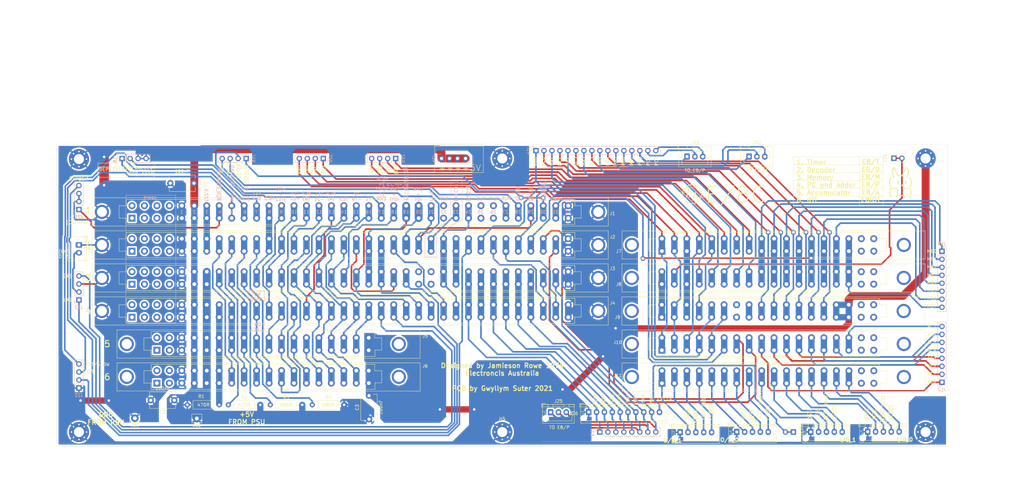
<source format=kicad_pcb>
(kicad_pcb (version 20211014) (generator pcbnew)
  (layers (0 "F.Cu" signal) (31 "B.Cu" signal) (34 "B.Paste" user) (35 "F.Paste" user) (36 "B.SilkS" user "B.Silkscreen") (37 "F.SilkS" user "F.Silkscreen") (38 "B.Mask" user) (39 "F.Mask" user) (44 "Edge.Cuts" user))
  (net 0 "")
  (net 1 "GND")
  (net 6 "+5V")
  (net 7 "T22.5")
  (net 8 "~{RUN_COMMAND}")
  (net 10 "FAST_SLOW")
  (net 11 "~{T0.5}")
  (net 12 "~{T0+T12}")
  (net 13 "T14-21")
  (net 14 "MCPB")
  (net 15 "MCPA")
  (net 16 "T13")
  (net 17 "T2-9")
  (net 18 "T1")
  (net 19 "~{CANCEL+DEP+EXM}")
  (net 20 "~{F.T23.}OPR+IOT")
  (net 21 "F.2-9(F+D+E)")
  (net 22 "OPR+IOT")
  (net 23 "FETCH")
  (net 25 "EXECUTE")
  (net 26 "~{F+D+E}")
  (net 29 "~{RUN}")
  (net 30 "~{FETCH}")
  (net 31 "~{DEFER}")
  (net 32 "~{EXEC}")
  (net 33 "MB4")
  (net 45 "~{CLA}")
  (net 46 "~{CMA}")
  (net 47 "~{RAL}")
  (net 48 "~{IAC}")
  (net 49 "~{SZA}")
  (net 50 "~{SMA}")
  (net 51 "~{RAR}")
  (net 52 "~{HLT}")
  (net 53 "MEM.ENABLE")
  (net 54 "~{T14-21.SKP}")
  (net 55 "~{T14-21(JMS+JMP})")
  (net 56 "JMS+DCA")
  (net 57 "T2-9.ISZ")
  (net 58 "~{T2-9.(TAD+IAC+CMA})")
  (net 59 "~{IOT_SHIFT}")
  (net 60 "SKP_ON_IOT_FLAG")
  (net 61 "~{CLEAR_IOT_FLAG}")
  (net 62 "IO_GATING")
  (net 63 "IO_DEVICE_SELECT")
  (net 70 "B-BUS")
  (net 71 "C-BUS")
  (net 72 "D-BUS")
  (net 73 "~{DEP}")
  (net 76 "SR0")
  (net 77 "SR1")
  (net 78 "SR2")
  (net 79 "SR3")
  (net 80 "SR4")
  (net 81 "SR5")
  (net 82 "SR6")
  (net 83 "SR7")
  (net 90 "Z-BIT")
  (net 94 "LA2")
  (net 95 "~{LA1}")
  (net 96 "AC=0")
  (net 97 "AC=-VE")
  (net 98 "~{IOT_SKP}")
  (net 99 "~{T13.RAR}")
  (net 100 "A-BUS")
  (net 104 "AC0")
  (net 105 "AC1")
  (net 106 "AC2")
  (net 107 "AC3")
  (net 108 "AC4")
  (net 109 "AC5")
  (net 110 "AC6")
  (net 111 "AC7")
  (net 112 "MB7")
  (net 113 "MB6")
  (net 114 "MB5")
  (net 115 "MB3")
  (net 116 "MB2")
  (net 117 "MB1")
  (net 118 "MB0")
  (net 119 "MA0")
  (net 120 "PC0")
  (net 121 "MA1")
  (net 122 "PC1")
  (net 123 "MA2")
  (net 124 "PC2")
  (net 125 "MA3")
  (net 126 "PC3")
  (net 127 "MA4")
  (net 128 "PC4")
  (net 130 "PC5")
  (net 135 "~{AND}")
  (net 136 "~{TAD}")
  (net 137 "~{ISZ}")
  (net 138 "~{DCA}")
  (net 139 "~{JMS}")
  (net 140 "~{JMP}")
  (net 141 "~{IOT}")
  (net 142 "~{OPR}")
  (net 143 "~{DEP+EXM}")
  (net 144 "~{EXT.LA}")
  (net 145 "HALT_COMMAND")
  (net 148 "AC0_TO_IOT")
  (net 153 "MB=0")
  (net 155 "/MA5")
  (net 156 "/MA6")
  (net 157 "OD1_~{DATA}")
  (net 158 "OD1~{FLAG}")
  (net 159 "OD1~{FLAG_RESET}")
  (net 160 "OD1~{CLK}")
  (net 161 "OD0~{DATA}")
  (net 162 "OD0~{FLAG}")
  (net 163 "OD0~{FLAG_RESET}")
  (net 164 "OD0~{CLK}")
  (net 165 "ID1~{DATA}")
  (net 166 "ID1~{FLAG}")
  (net 167 "ID1~{FLAG_RESET}")
  (net 168 "ID1~{CLK}")
  (net 169 "ID0~{DATA}")
  (net 170 "ID0~{FLAG}")
  (net 171 "ID0~{FLAG_RESET}")
  (net 172 "ID0~{CLK}")
  (net 173 "/MA7")
  (net 174 "/PC6")
  (net 175 "/PC7")
  (net 176 "~{EXT.DEP}")
  (footprint "Connector_PCBEdge:72_way_3.96mm_card_edge_socket" (layer "F.Cu") (at 44.3 196.5)
    (fp_text reference "J3")
    (fp_text value "36-way-pcb-edge-socket-Educ-8-connectors")
  )
  (footprint "Connector_PCBEdge:72_way_3.96mm_card_edge_socket" (layer "F.Cu") (at 44.3 207)
    (fp_text reference "J4")
    (fp_text value "36-way-pcb-edge-socket-Educ-8-connectors")
  )
  (footprint "Connector_PCBEdge:72_way_3.96mm_card_edge_socket" (layer "F.Cu") (at 44.3 186)
    (fp_text reference "J2")
    (fp_text value "36-way-pcb-edge-socket-Educ-8-connectors")
  )
  (footprint "Connector_PCBEdge:72_way_3.96mm_card_edge_socket" (layer "F.Cu") (at 44.3 175.5)
    (fp_text reference "J1")
    (fp_text value "E8/T ")
  )
  (footprint "EDUC-8:36_way_3.96mm_card_edge_socket" (layer "F.Cu") (at 52.2 217.51)
    (fp_text reference "J5")
    (fp_text value "36-way-edge-connector")
  )
  (footprint "EDUC-8:36_way_3.96mm_card_edge_socket" (layer "F.Cu") (at 52.21 227.96)
    (fp_text reference "J6")
    (fp_text value "36-way-edge-connector")
  )
  (footprint "EDUC-8:36_way_3.96mm_card_edge_socket" (layer "F.Cu") (at 212.67 185.99)
    (fp_text reference "J7")
    (fp_text value "36-way-edge-connector")
  )
  (footprint "EDUC-8:36_way_3.96mm_card_edge_socket" (layer "F.Cu") (at 212.65 196.49)
    (fp_text reference "J8")
    (fp_text value "36-way-edge-connector")
  )
  (footprint "EDUC-8:36_way_3.96mm_card_edge_socket" (layer "F.Cu") (at 212.63 207.01)
    (fp_text reference "J9")
    (fp_text value "36-way-edge-connector")
  )
  (footprint "EDUC-8:36_way_3.96mm_card_edge_socket" (layer "F.Cu") (at 212.66 217.5)
    (fp_text reference "J10")
    (fp_text value "36-way-edge-connector")
  )
  (footprint "EDUC-8:36_way_3.96mm_card_edge_socket" (layer "F.Cu") (at 212.68 228.01)
    (fp_text reference "J11")
    (fp_text value "36-way-edge-connector")
  )
  (footprint "MountingHole:MountingHole_3.2mm_M3_Pad_Via" (layer "F.Cu") (at 306 158.5)
    (fp_text reference "H1" hide)
    (fp_text value "MountingHole_Pad")
  )
  (footprint "MountingHole:MountingHole_3.2mm_M3_Pad_Via" (layer "F.Cu") (at 171.5 158.5)
    (fp_text reference "H2" hide)
    (fp_text value "MountingHole_Pad")
  )
  (footprint "MountingHole:MountingHole_3.2mm_M3_Pad_Via" (layer "F.Cu") (at 37 158.697056)
    (fp_text reference "H3" hide)
    (fp_text value "MountingHole_Pad")
  )
  (footprint "MountingHole:MountingHole_3.2mm_M3_Pad_Via" (layer "F.Cu") (at 306 245.5)
    (fp_text reference "H4" hide)
    (fp_text value "MountingHole_Pad")
  )
  (footprint "MountingHole:MountingHole_3.2mm_M3_Pad_Via" (layer "F.Cu") (at 171.5 245.5)
    (fp_text reference "H5")
    (fp_text value "MountingHole_Pad")
  )
  (footprint "MountingHole:MountingHole_3.2mm_M3_Pad_Via" (layer "F.Cu") (at 37 245.5)
    (fp_text reference "H6" hide)
    (fp_text value "MountingHole_Pad")
  )
  (footprint "EDUC-8:EA_Symbol" (layer "F.Cu") (at 231.8 169.85)
    (fp_text reference "REF**" hide)
    (fp_text value "EA_Symbol" hide)
  )
  (footprint "Capacitor_THT:C_Disc_D8.0mm_W5.0mm_P7.50mm" (layer "F.Cu") (at 73.54 166.37 180)
    (fp_text reference "C1")
    (fp_text value "100nF")
  )
  (footprint "Capacitor_THT:C_Disc_D8.0mm_W5.0mm_P7.50mm" (layer "F.Cu") (at 67.31 235.395 180)
    (fp_text reference "C2")
    (fp_text value "100nF")
  )
  (footprint "Resistor_THT:R_Axial_DIN0207_L6.3mm_D2.5mm_P10.16mm_Horizontal" (layer "F.Cu") (at 81.6 236.855 180)
    (fp_text reference "R1")
    (fp_text value "470R")
  )
  (footprint "Resistor_THT:R_Axial_DIN0207_L6.3mm_D2.5mm_P10.16mm_Horizontal" (layer "F.Cu") (at 84.455 236.855)
    (fp_text reference "R2")
    (fp_text value "470R")
  )
  (footprint "Resistor_THT:R_Axial_DIN0207_L6.3mm_D2.5mm_P10.16mm_Horizontal" (layer "F.Cu") (at 97.79 236.855)
    (fp_text reference "R3")
    (fp_text value "680R")
  )
  (footprint "Resistor_THT:R_Axial_DIN0207_L6.3mm_D2.5mm_P10.16mm_Horizontal" (layer "F.Cu") (at 111.125 236.855)
    (fp_text reference "R4")
    (fp_text value "680R")
  )
  (footprint "Capacitor_THT:C_Disc_D8.0mm_W5.0mm_P7.50mm" (layer "F.Cu") (at 129.159 241.427 90)
    (fp_text reference "C3")
    (fp_text value "100nF")
  )
  (footprint "Connector_Pin:Pin_D1.2mm_L10.2mm_W2.9mm_FlatFork" (layer "F.Cu") (at 74.45 241.2)
    (fp_text reference "J30")
    (fp_text value "Conn_01x01_Female")
  )
  (footprint "Connector_Pin:Pin_D1.2mm_L10.2mm_W2.9mm_FlatFork" (layer "F.Cu") (at 54.765 241.11)
    (fp_text reference "J31")
    (fp_text value "Conn_01x01_Female")
  )
  (footprint "Connector_PinSocket_2.54mm:PinSocket_1x02_P2.54mm_Vertical" (layer "F.Cu") (at 264 245.5 -90)
    (fp_text reference "J17")
    (fp_text value "Conn_01x02_Female")
  )
  (footprint "Connector_JST:JST_XH_B2B-XH-AM_1x02_P2.50mm_Vertical" (layer "F.Cu") (at 36.985 185.992 -90)
    (fp_text reference "J36")
    (fp_text value "Conn_01x02_Male")
  )
  (footprint "Connector_JST:JST_XH_B5B-XH-AM_1x05_P2.50mm_Vertical" (layer "F.Cu") (at 287.6 245.4)
    (fp_text reference "J35")
    (fp_text value "Conn_01x05_Male")
  )
  (footprint "Connector_JST:JST_XA_B03B-XASK-1_1x03_P2.50mm_Vertical" (layer "F.Cu") (at 230.2 157.9)
    (fp_text reference "J33")
    (fp_text value "TO_E8/P")
  )
  (footprint "Connector_JST:JST_XH_B10B-XH-AM_1x10_P2.50mm_Vertical" (layer "F.Cu") (at 198.95 239.175)
    (fp_text reference "J26")
    (fp_text value "Conn_01x10_Female")
  )
  (footprint "Connector_PinSocket_2.54mm:PinSocket_1x02_P2.54mm_Vertical" (layer "F.Cu") (at 295.938 158.433 90)
    (fp_text reference "J29")
    (fp_text value "Conn_01x02_Female")
  )
  (footprint "Connector_JST:JST_XH_B5B-XH-AM_1x05_P2.50mm_Vertical" (layer "F.Cu") (at 228 245.575)
    (fp_text reference "J27")
    (fp_text value "Conn_01x05_Male")
  )
  (footprint "Connector_JST:JST_XH_B5B-XH-AM_1x05_P2.50mm_Vertical" (layer "F.Cu") (at 246 245.475)
    (fp_text reference "J28")
    (fp_text value "Conn_01x05_Male")
  )
  (footprint "Connector_JST:JST_XA_B03B-XASK-1_1x03_P2.50mm_Vertical" (layer "F.Cu") (at 249.9 157.9)
    (fp_text reference "J32")
    (fp_text value "TO_E8/M")
  )
  (footprint "Connector_JST:JST_XH_B5B-XH-AM_1x05_P2.50mm_Vertical" (layer "F.Cu") (at 269.5 245.475)
    (fp_text reference "J34")
    (fp_text value "Conn_01x05_Male")
  )
  (footprint "Connector_JST:JST_XH_B3B-XH-AM_1x03_P2.50mm_Vertical" (layer "F.Cu") (at 186.845 239.205)
    (fp_text reference "J25")
    (fp_text value "Conn_01x03_Male")
  )
  (footprint "Connector_PinHeader_2.54mm:PinHeader_1x08_P2.54mm_Vertical" (layer "B.Cu") (at 311.2 229.68)
    (fp_text reference "J12")
    (fp_text value "Conn_01x08_Female")
  )
  (footprint "Connector_PinHeader_2.54mm:PinHeader_1x08_P2.54mm_Vertical" (layer "B.Cu") (at 311.2 188.02 180)
    (fp_text reference "J13")
    (fp_text value "Conn_01x08_Female")
  )
  (footprint "Connector_PinHeader_2.54mm:PinHeader_1x04_P2.54mm_Vertical" (layer "B.Cu") (at 90.12 158.5 90)
    (fp_text reference "J16")
    (fp_text value "Conn_01x04_Female")
  )
  (footprint "Connector_PinHeader_2.54mm:PinHeader_1x08_P2.54mm_Vertical" (layer "B.Cu") (at 202.5 245.5 -90)
    (fp_text reference "J19")
    (fp_text value "Conn_01x08_Female")
  )
  (footprint "Connector_PinHeader_2.54mm:PinHeader_1x16_P2.54mm_Vertical" (layer "B.Cu") (at 182.2 156 -90)
    (fp_text reference "J14")
    (fp_text value "Conn_01x16_Female")
  )
  (footprint "Connector_PinHeader_2.54mm:PinHeader_1x04_P2.54mm_Vertical" (layer "B.Cu") (at 137.62 158.5 90)
    (fp_text reference "J15")
    (fp_text value "Conn_01x04_Female")
  )
  (footprint "Connector_PinHeader_2.54mm:PinHeader_1x04_P2.54mm_Vertical" (layer "B.Cu") (at 114.62 158.5 90)
    (fp_text reference "J20")
    (fp_text value "Conn_01x04_Female")
  )
  (footprint "Connector_PinHeader_2.54mm:PinHeader_1x04_P2.54mm_Vertical" (layer "B.Cu") (at 50.71 158.51 -90)
    (fp_text reference "J18")
    (fp_text value "Conn_01x04_Female")
  )
  (footprint "Connector_PinHeader_2.54mm:PinHeader_1x04_P2.54mm_Vertical" (layer "B.Cu") (at 37 174.73)
    (fp_text reference "J21")
    (fp_text value "Conn_01x04_Female")
  )
  (footprint "Connector_PinHeader_2.54mm:PinHeader_1x04_P2.54mm_Vertical" (layer "B.Cu") (at 37 231.5)
    (fp_text reference "J22")
    (fp_text value "Conn_01x04_Female")
  )
  (footprint "Connector_PinHeader_2.54mm:PinHeader_1x04_P2.54mm_Vertical" (layer "B.Cu") (at 37 203.5)
    (fp_text reference "J23")
    (fp_text value "Conn_01x04_Female")
  )
  (footprint "Connector_PinHeader_2.54mm:PinHeader_1x04_P2.54mm_Vertical" (layer "B.Cu") (at 152.2 158.5 -90)
    (fp_text reference "J24")
    (fp_text value "Conn_01x04_Female")
  )
  (gr_line (start 67.785 170.18) (end 67.785 172.085) (layer "B.SilkS") (width 0.12))
  (gr_line (start 95.885 200.66) (end 90.805 200.66) (layer "B.SilkS") (width 0.12))
  (gr_line (start 95.885 213.36) (end 95.885 210.185) (layer "B.SilkS") (width 0.12))
  (gr_line (start 158.75 165.227) (end 155.194 165.227) (layer "B.SilkS") (width 0.12))
  (gr_line (start 147.574 182.118) (end 146.939 182.499) (layer "B.SilkS") (width 0.12))
  (gr_line (start 90.805 200.66) (end 90.805 210.185) (layer "B.SilkS") (width 0.12))
  (gr_line (start 158.75 178.054) (end 158.75 165.227) (layer "B.SilkS") (width 0.12))
  (gr_line (start 51.91 170.18) (end 67.785 170.18) (layer "B.SilkS") (width 0.12))
  (gr_line (start 67.785 210.185) (end 67.785 210.82) (layer "B.SilkS") (width 0.12))
  (gr_line (start 95.885 210.185) (end 95.885 200.66) (layer "B.SilkS") (width 0.12))
  (gr_line (start 90.805 210.185) (end 90.805 213.36) (layer "B.SilkS") (width 0.12))
  (gr_line (start 67.785 210.82) (end 51.91 210.82) (layer "B.SilkS") (width 0.12))
  (gr_line (start 150.622 182.372) (end 158.75 178.054) (layer "B.SilkS") (width 0.12))
  (gr_line (start 67.785 172.085) (end 67.785 210.185) (layer "B.SilkS") (width 0.12))
  (gr_line (start 90.805 213.36) (end 95.885 213.36) (layer "B.SilkS") (width 0.12))
  (gr_line (start 146.939 188.976) (end 146.939 189.865) (layer "B.SilkS") (width 0.12))
  (gr_line (start 155.194 178.181) (end 147.574 182.118) (layer "B.SilkS") (width 0.12))
  (gr_line (start 150.622 189.865) (end 150.622 182.372) (layer "B.SilkS") (width 0.12))
  (gr_line (start 155.194 165.354) (end 155.194 178.181) (layer "B.SilkS") (width 0.12))
  (gr_line (start 146.939 189.865) (end 150.622 189.865) (layer "B.SilkS") (width 0.12))
  (gr_line (start 146.939 182.499) (end 146.939 188.976) (layer "B.SilkS") (width 0.12))
  (gr_line (start 51.91 210.82) (end 51.91 170.18) (layer "B.SilkS") (width 0.12))
  (gr_line (start 264 158) (end 265 158) (layer "F.SilkS") (width 0.12))
  (gr_line (start 165.5 154) (end 150 154) (layer "F.SilkS") (width 0.12))
  (gr_line (start 292.5 173.5) (end 285 173.5) (layer "F.SilkS") (width 0.12))
  (gr_line (start 54.5 157) (end 52 157) (layer "F.SilkS") (width 0.12))
  (gr_line (start 49 157) (end 52 157) (layer "F.SilkS") (width 0.12))
  (gr_line (start 61 160) (end 54.5 160) (layer "F.SilkS") (width 0.12))
  (gr_line (start 285 158) (end 292.5 158) (layer "F.SilkS") (width 0.12))
  (gr_line (start 150 154.5) (end 165.5 154.5) (layer "F.SilkS") (width 0.12))
  (gr_line (start 285 168) (end 292.5 168) (layer "F.SilkS") (width 0.12))
  (gr_line (start 52 164.5) (end 43 164.5) (layer "F.SilkS") (width 0.12))
  (gr_line (start 264 165.5) (end 285 165.5) (layer "F.SilkS") (width 0.12))
  (gr_line (start 49 160) (end 49 157) (layer "F.SilkS") (width 0.12))
  (gr_line (start 150 163) (end 165.5 163) (layer "F.SilkS") (width 0.12))
  (gr_line (start 292.5 158) (end 292.5 173.5) (layer "F.SilkS") (width 0.12))
  (gr_line (start 285 160.5) (end 292.5 160.5) (layer "F.SilkS") (width 0.12))
  (gr_line (start 264 168) (end 285 168) (layer "F.SilkS") (width 0.12))
  (gr_line (start 52 157) (end 52 164.5) (layer "F.SilkS") (width 0.12))
  (gr_line (start 43 164.5) (end 43 160) (layer "F.SilkS") (width 0.12))
  (gr_line (start 54.5 160) (end 54.5 157) (layer "F.SilkS") (width 0.12))
  (gr_line (start 150 154) (end 150 163) (layer "F.SilkS") (width 0.12))
  (gr_line (start 285 173.5) (end 264 173.5) (layer "F.SilkS") (width 0.12))
  (gr_line (start 61 164.5) (end 61 160) (layer "F.SilkS") (width 0.12))
  (gr_line (start 52 164.5) (end 61 164.5) (layer "F.SilkS") (width 0.12))
  (gr_line (start 264 170.5) (end 285 170.5) (layer "F.SilkS") (width 0.12))
  (gr_line (start 285 165.5) (end 292.5 165.5) (layer "F.SilkS") (width 0.12))
  (gr_line (start 285 163) (end 292.5 163) (layer "F.SilkS") (width 0.12))
  (gr_line (start 43 160) (end 49 160) (layer "F.SilkS") (width 0.12))
  (gr_line (start 165.5 163) (end 165.5 154) (layer "F.SilkS") (width 0.12))
  (gr_line (start 285 170.5) (end 292.5 170.5) (layer "F.SilkS") (width 0.12))
  (gr_line (start 265 158) (end 285 158) (layer "F.SilkS") (width 0.12))
  (gr_line (start 264 163) (end 285 163) (layer "F.SilkS") (width 0.12))
  (gr_line (start 264 160.5) (end 285 160.5) (layer "F.SilkS") (width 0.12))
  (gr_line (start 264 173.5) (end 264 158) (layer "F.SilkS") (width 0.12))
  (gr_line (start 285 158) (end 285 173.5) (layer "F.SilkS") (width 0.12))
  (gr_line (start 30 154) (end 30 250) (layer "Edge.Cuts") (width 0.05))
  (gr_line (start 313 154) (end 30 154) (layer "Edge.Cuts") (width 0.05))
  (gr_line (start 30 250) (end 313 250) (layer "Edge.Cuts") (width 0.05))
  (gr_line (start 313 250) (end 313 154) (layer "Edge.Cuts") (width 0.05))
  (gr_text "T14\n-21" (at 105.664 170.434) (layer "B.SilkS") (effects (font (size 1 1)) (justify mirror)))
  (gr_text "~{RUN_COMAND}" (at 81.28 167.005 270) (layer "B.SilkS") (effects (font (size 1 1)) (justify mirror)))
  (gr_text "T1" (at 129.032 171.45) (layer "B.SilkS") (effects (font (size 1 1)) (justify mirror)))
  (gr_text "20" (at 145.034 175.514) (layer "B.SilkS") (effects (font (size 1 1)) (justify mirror)))
  (gr_text "22" (at 152.908 175.514) (layer "B.SilkS") (effects (font (size 1 1)) (justify mirror)))
  (gr_text "11" (at 109.22 175.514) (layer "B.SilkS") (effects (font (size 1 1)) (justify mirror)))
  (gr_text "~{F.23\nOPR\n+\nIOT}" (at 137.16 169.164) (layer "B.SilkS") (effects (font (size 1 1)) (justify mirror)))
  (gr_text "17" (at 133.096 175.514) (layer "B.SilkS") (effects (font (size 1 1)) (justify mirror)))
  (gr_text "15" (at 124.968 175.514) (layer "B.SilkS") (effects (font (size 1 1)) (justify mirror)))
  (gr_text "~{RUN}" (at 172.72 171.196) (layer "B.SilkS") (effects (font (size 1 1)) (justify mirror)))
  (gr_text "ON \nPC" (at 93.345 212.09) (layer "B.SilkS") (effects (font (size 1 1)) (justify mirror)))
  (gr_text "T2\n-T9" (at 125.222 170.688) (layer "B.SilkS") (effects (font (size 1 1)) (justify mirror)))
  (gr_text "30" (at 184.404 175.514) (layer "B.SilkS") (effects (font (size 1 1)) (justify mirror)))
  (gr_text "14" (at 121.158 175.514) (layer "B.SilkS") (effects (font (size 1 1)) (justify mirror)))
  (gr_text "NOT\nUSED\n" (at 93.345 202.565) (layer "B.SilkS") (effects (font (size 1 1)) (justify mirror)))
  (gr_text "29" (at 180.594 175.514) (layer "B.SilkS") (effects (font (size 1 1)) (justify mirror)))
  (gr_text "25" (at 164.592 175.514) (layer "B.SilkS") (effects (font (size 1 1)) (justify mirror)))
  (gr_text "~{FETCH}" (at 176.276 169.672 270) (layer "B.SilkS") (effects (font (size 1 1)) (justify mirror)))
  (gr_text "23" (at 156.718 175.514) (layer "B.SilkS") (effects (font (size 1 1)) (justify mirror)))
  (gr_text "MCP\n(B)" (at 109.22 170.434) (layer "B.SilkS") (effects (font (size 1 1)) (justify mirror)))
  (gr_text "N/C" (at 168.656 171.196) (layer "B.SilkS") (effects (font (size 1 1)) (justify mirror)))
  (gr_text "4" (at 81.788 175.514) (layer "B.SilkS") (effects (font (size 1 1)) (justify mirror)))
  (gr_text "N/C" (at 164.592 171.196) (layer "B.SilkS") (effects (font (size 1 1)) (justify mirror)))
  (gr_text "N/C" (at 152.908 171.196) (layer "B.SilkS") (effects (font (size 1 1)) (justify mirror)))
  (gr_text "2" (at 73.66 175.514) (layer "B.SilkS") (effects (font (size 1 1)) (justify mirror)))
  (gr_text "26" (at 168.656 175.514) (layer "B.SilkS") (effects (font (size 1 1)) (justify mirror)))
  (gr_text "32" (at 192.532 175.514) (layer "B.SilkS") (effects (font (size 1 1)) (justify mirror)))
  (gr_text "19" (at 140.97 175.514) (layer "B.SilkS") (effects (font (size 1 1)) (justify mirror)))
  (gr_text "MB4" (at 188.468 171.45) (layer "B.SilkS") (effects (font (size 1 1)) (justify mirror)))
  (gr_text "HALT_COMMAND" (at 85.725 166.37 270) (layer "B.SilkS") (effects (font (size 1 1)) (justify mirror)))
  (gr_text "FST\nSLW\n" (at 93.472 170.434) (layer "B.SilkS") (effects (font (size 1 1)) (justify mirror)))
  (gr_text "GND" (at 192.532 171.323) (layer "B.SilkS") (effects (font (size 1 1)) (justify mirror)))
  (gr_text "T22.5" (at 77.47 170.18 270) (layer "B.SilkS") (effects (font (size 1 1)) (justify mirror)))
  (gr_text "13" (at 117.348 175.514) (layer "B.SilkS") (effects (font (size 1 1)) (justify mirror)))
  (gr_text "24" (at 160.782 175.514) (layer "B.SilkS") (effects (font (size 1 1)) (justify mirror)))
  (gr_text "FETCH" (at 148.844 169.926 270) (layer "B.SilkS") (effects (font (size 1 1)) (justify mirror)))
  (gr_text "7" (at 93.472 175.514) (layer "B.SilkS") (effects (font (size 1 1)) (justify mirror)))
  (gr_text "T13" (at 121.158 171.45) (layer "B.SilkS") (effects (font (size 1 1)) (justify mirror)))
  (gr_text "27" (at 172.466 175.514) (layer "B.SilkS") (effects (font (size 1 1)) (justify mirror)))
  (gr_text "3" (at 77.724 175.514) (layer "B.SilkS") (effects (font (size 1 1)) (justify mirror)))
  (gr_text "~{DEP\n+\n}EXM" (at 89.408 169.672) (layer "B.SilkS") (effects (font (size 1 1)) (justify mirror)))
  (gr_text "~{CNL\n}+\n~{DEP\n}+\n~{EXM}" (at 133.096 168.148) (layer "B.SilkS") (effects (font (size 1 1)) (justify mirror)))
  (gr_text "18" (at 137.16 175.514) (layer "B.SilkS") (effects (font (size 1 1)) (justify mirror)))
  (gr_text "~{EXECUTE}" (at 184.404 168.91 270) (layer "B.SilkS") (effects (font (size 1 1)) (justify mirror)))
  (gr_text "EXECUTE" (at 156.718 168.91 270) (layer "B.SilkS") (effects (font (size 1 1)) (justify mirror)))
  (gr_text "5" (at 85.598 175.514) (layer "B.SilkS") (effects (font (size 1 1)) (justify mirror)))
  (gr_text "6" (at 89.662 175.514) (layer "B.SilkS") (effects (font (size 1 1)) (justify mirror)))
  (gr_text "1" (at 69.596 175.514) (layer "B.SilkS") (effects (font (size 1 1)) (justify mirror)))
  (gr_text "~{T0.5}" (at 97.536 171.196) (layer "B.SilkS") (effects (font (size 1 1)) (justify mirror)))
  (gr_text "MCP\n(A)" (at 117.094 170.434) (layer "B.SilkS") (effects (font (size 1 1)) (justify mirror)))
  (gr_text "12" (at 113.284 175.514) (layer "B.SilkS") (effects (font (size 1 1)) (justify mirror)))
  (gr_text "31" (at 188.468 175.514) (layer "B.SilkS") (effects (font (size 1 1)) (justify mirror)))
  (gr_text "~{F+D+E}" (at 160.528 169.418 270) (layer "B.SilkS") (effects (font (size 1 1)) (justify mirror)))
  (gr_text "spare" (at 59.53 170.815) (layer "B.SilkS") (effects (font (size 1 1)) (justify mirror)))
  (gr_text "~{T2-9(F+D+E})" (at 140.716 166.624 270) (layer "B.SilkS") (effects (font (size 1 1)) (justify mirror)))
  (gr_text "10" (at 105.41 175.514) (layer "B.SilkS") (effects (font (size 1 1)) (justify mirror)))
  (gr_text "8" (at 97.536 175.514) (layer "B.SilkS") (effects (font (size 1 1)) (justify mirror)))
  (gr_text "16" (at 129.032 175.514) (layer "B.SilkS") (effects (font (size 1 1)) (justify mirror)))
  (gr_text "21" (at 148.844 175.514) (layer "B.SilkS") (effects (font (size 1 1)) (justify mirror)))
  (gr_text "OPR\n+\nIOT" (at 144.78 169.926) (layer "B.SilkS") (effects (font (size 1 1)) (justify mirror)))
  (gr_text "~{DEFER}" (at 180.34 169.672 270) (layer "B.SilkS") (effects (font (size 1 1)) (justify mirror)))
  (gr_text "9" (at 101.346 175.514) (layer "B.SilkS") (effects (font (size 1 1)) (justify mirror)))
  (gr_text "28" (at 176.53 175.514) (layer "B.SilkS") (effects (font (size 1 1)) (justify mirror)))
  (gr_text "~{T0\n+\n}T12" (at 101.092 169.926) (layer "B.SilkS") (effects (font (size 1 1)) (justify mirror)))
  (gr_text "T14\n-21" (at 113.284 170.688) (layer "B.SilkS") (effects (font (size 1 1)) (justify mirror)))
  (gr_text "~{CLOCK}" (at 277.142 239.078 90) (layer "F.SilkS") (effects (font (size 1 1))))
  (gr_text "~{FLAG} RESET" (at 292.509 237.3 90) (layer "F.SilkS") (effects (font (size 1 1))))
  (gr_text "~{FLAG}" (at 290 239.84 90) (layer "F.SilkS") (effects (font (size 1 1))))
  (gr_text "~{DATA}" (at 287.5 239.84 90) (layer "F.SilkS") (effects (font (size 1 1))))
  (gr_text "~{ISZ}" (at 112 162 90) (layer "F.SilkS") (effects (font (size 1 1))))
  (gr_text "2" (at 39.5 186) (layer "F.SilkS") (effects (font (size 2 2) (thickness 0.3))))
  (gr_text "MB2" (at 308 193) (layer "F.SilkS") (effects (font (size 1 1))))
  (gr_text "TO E8/P" (at 189.639 244.031) (layer "F.SilkS") (effects (font (size 1 1))))
  (gr_text "~{JMP}" (at 133 162 90) (layer "F.SilkS") (effects (font (size 1 1))))
  (gr_text "~{DATA}" (at 230.5 239.84 90) (layer "F.SilkS") (effects (font (size 1 1))))
  (gr_text "MB0" (at 308 188) (layer "F.SilkS") (effects (font (size 1 1))))
  (gr_text "AC5" (at 308 217) (layer "F.SilkS") (effects (font (size 1 1))))
  (gr_text "~{CLOCK}" (at 295.049 239.205 90) (layer "F.SilkS") (effects (font (size 1 1))))
  (gr_text "MA0" (at 182.1 159.5 90) (layer "F.SilkS") (effects (font (size 1 1))))
  (gr_text "~{RUN\n}COMMND" (at 36.5 178) (layer "F.SilkS") (effects (font (size 1 1))))
  (gr_text "Designed by Jamieson Rowe 1974\nElectroncis Australia\n\nPCB by Gwyllym Suter 2021" (at 171.5 228) (layer "F.SilkS") (effects (font (size 1.5 1.5) (thickness 0.3))))
  (gr_text "SR4" (at 211.483 234.76 90) (layer "F.SilkS") (effects (font (size 1 1))))
  (gr_text "~{IOT}" (at 135.5 162 90) (layer "F.SilkS") (effects (font (size 1 1))))
  (gr_text "LA2" (at 33.5 203.5) (layer "F.SilkS") (effects (font (size 1 1))))
  (gr_text "PC5" (at 215.3 159.4 90) (layer "F.SilkS") (effects (font (size 1 1))))
  (gr_text "SR0" (at 201.196 234.76 90) (layer "F.SilkS") (effects (font (size 1 1))))
  (gr_text "~{FLAG}" (at 250.98 239.84 90) (layer "F.SilkS") (effects (font (size 1 1))))
  (gr_text "(\\_/)\n( •,•)\n(“)_(“)\n" (at 298 166) (layer "F.SilkS") (effects (font (size 2 1.5) (thickness 0.3))))
  (gr_text "O/D_1" (at 225.6 248.2) (layer "F.SilkS") (effects (font (size 1.2 1.2) (thickness 0.3))))
  (gr_text "~{CLOCK}" (at 256.06 239.205 90) (layer "F.SilkS") (effects (font (size 1 1))))
  (gr_text "MA3" (at 197.3 159.4 90) (layer "F.SilkS") (effects (font (size 1 1))))
  (gr_text "MB4" (at 308 198) (layer "F.SilkS") (effects (font (size 1 1))))
  (gr_text "SR2" (at 206.403 234.76 90) (layer "F.SilkS") (effects (font (size 1 1))))
  (gr_text "~{FLAG}" (at 271.935 239.713 90) (layer "F.SilkS") (effects (font (size 1 1))))
  (gr_text "6" (at 46 228) (layer "F.SilkS") (effects (font (size 2 2) (thickness 0.3))))
  (gr_text "SR7" (at 218.976 234.76 90) (layer "F.SilkS") (effects (font (size 1 1))))
  (gr_text "AC1" (at 308 227) (layer "F.SilkS") (effects (font (size 1 1))))
  (gr_text "~{TAD}" (at 109.5 162 90) (layer "F.SilkS") (effects (font (size 1 1))))
  (gr_text "I/D_1" (at 281.3 248) (layer "F.SilkS") (effects (font (size 1.2 1.2) (thickness 0.3))))
  (gr_text "MB5" (at 308 200.5) (layer "F.SilkS") (effects (font (size 1 1))))
  (gr_text "MA4" (at 202.4 159.4 90) (layer "F.SilkS") (effects (font (size 1 1))))
  (gr_text "O/D_0" (at 243.7 248) (layer "F.SilkS") (effects (font (size 1.2 1.2) (thickness 0.3))))
  (gr_text "AC7" (at 308 212) (layer "F.SilkS") (effects (font (size 1 1))))
  (gr_text "SR5" (at 213.896 234.76 90) (layer "F.SilkS") (effects (font (size 1 1))))
  (gr_text "3" (at 40 196.5) (layer "F.SilkS") (effects (font (size 2 2) (thickness 0.3))))
  (gr_text "PC2" (at 195 159.4 90) (layer "F.SilkS") (effects (font (size 1 1))))
  (gr_text "~{DCA}" (at 115 162 90) (layer "F.SilkS") (effects (font (size 1 1))))
  (gr_text "1" (at 40 175) (layer "F.SilkS") (effects (font (size 2 2) (thickness 0.3))))
  (gr_text "~{CLOCK}" (at 238 239.205 90) (layer "F.SilkS") (effects (font (size 1 1))))
  (gr_text "+5V\nFROM PSU" (at 90.3 241.1) (layer "F.SilkS") (effects (font (size 1.5 1.5) (thickness 0.3))))
  (gr_text "1. Timer\n2. Decoder\n3. Memory\n4. PC and Adder\n5. Accumulator\n6. IOT" (at 264.795 165.735) (layer "F.SilkS") (effects (font (size 1.5 1.5) (thickness 0.3)) (justify left)))
  (gr_text "~{HALT}" (at 40 226.5) (layer "F.SilkS") (effects (font (size 1 1))))
  (gr_text "PC1" (at 189.8 159.4 90) (layer "F.SilkS") (effects (font (size 1 1))))
  (gr_text "PC7" (at 220.5 159.4 90) (layer "F.SilkS") (effects (font (size 1 1))))
  (gr_text "SR1" (at 203.736 234.76 90) (layer "F.SilkS") (effects (font (size 1 1))))
  (gr_text "MA5" (at 207.4 159.4 90) (layer "F.SilkS") (effects (font (size 1 1))))
  (gr_text "~{FLAG} RESET" (at 274.475 237.173 90) (layer "F.SilkS") (effects (font (size 1 1))))
  (gr_text "MB7" (at 308 205.5) (layer "F.SilkS") (effects (font (size 1 1))))
  (gr_text "~{FLAG} RESET" (at 253.52 237.3 90) (layer "F.SilkS") (effects (font (size 1 1))))
  (gr_text "MB3" (at 308 195.5) (layer "F.SilkS") (effects (font (size 1 1))))
  (gr_text "5" (at 46 217.5) (layer "F.SilkS") (effects (font (size 2 2) (thickness 0.3))))
  (gr_text "GND\nFROM PSU" (at 45.6 241.2) (layer "F.SilkS") (effects (font (size 1.5 1.5) (thickness 0.3))))
  (gr_text "SR3" (at 208.943 234.76 90) (layer "F.SilkS") (effects (font (size 1 1))))
  (gr_text "AC3" (at 308 222) (layer "F.SilkS") (effects (font (size 1 1))))
  (gr_text "~{CANCEL+\n}DEP+EXAM\n" (at 56.5 162.5) (layer "F.SilkS") (effects (font (size 1 1))))
  (gr_text "~{AND}" (at 107 162 90) (layer "F.SilkS") (effects (font (size 1 1))))
  (gr_text "PC0" (at 184.6 159.5 90) (layer "F.SilkS") (effects (font (size 1 1))))
  (gr_text "PC4" (at 205 159.4 90) (layer "F.SilkS") (effects (font (size 1 1))))
  (gr_text "AC6" (at 308 214.5) (layer "F.SilkS") (effects (font (size 1 1))))
  (gr_text "AC4" (at 308 219.5) (layer "F.SilkS") (effects (font (size 1 1))))
  (gr_text "~{JMS}" (at 130 162 90) (layer "F.SilkS") (effects (font (size 1 1))))
  (gr_text "~{EXECUTE}" (at 90.5 163.5 90) (layer "F.SilkS") (effects (font (size 1 1))))
  (gr_text "~{DATA}" (at 248.44 239.84 90) (layer "F.SilkS") (effects (font (size 1 1))))
  (gr_text "PC3" (at 200 159.4 90) (layer "F.SilkS") (effects (font (size 1 1))))
  (gr_text "I/D_0" (at 299.4 247.9) (layer "F.SilkS") (effects (font (size 1.2 1.2) (thickness 0.3))))
  (gr_text "~{RUN}" (at 82.5 161.5 90) (layer "F.SilkS") (effects (font (size 1 1))))
  (gr_text "MB6" (at 308 203) (layer "F.SilkS") (effects (font (size 1 1))))
  (gr_text "~{LA1}" (at 33.5 196) (layer "F.SilkS") (effects (font (size 1 1))))
  (gr_text "~{DEP+EXAM}" (at 47.5 162) (layer "F.SilkS") (effects (font (size 1 1))))
  (gr_text "~{FETCH}" (at 85 162 90) (layer "F.SilkS") (effects (font (size 1 1))))
  (gr_text "~{EXT.\nDEP\n}" (at 32.032 189.675) (layer "F.SilkS") (effects (font (size 1 1))))
  (gr_text "~{DEPOSIT}" (at 37 165) (layer "F.SilkS") (effects (font (size 1 1))))
  (gr_text "MA2" (at 192.2 159.5 90) (layer "F.SilkS") (effects (font (size 1 1))))
  (gr_text "AC2" (at 308 224.5) (layer "F.SilkS") (effects (font (size 1 1))))
  (gr_text "PC6" (at 217.9 159.4 90) (layer "F.SilkS") (effects (font (size 1 1))))
  (gr_text "~{OPR}" (at 138 162 90) (layer "F.SilkS") (effects (font (size 1 1))))
  (gr_text "SR6" (at 216.309 234.76 90) (layer "F.SilkS") (effects (font (size 1 1))))
  (gr_text "4" (at 40 207) (layer "F.SilkS") (effects (font (size 2 2) (thickness 0.3))))
  (gr_text "~{FLAG} RESET" (at 235.5 237.3 90) (layer "F.SilkS") (effects (font (size 1 1))))
  (gr_text "FAST/SLOW" (at 42.5 224) (layer "F.SilkS") (effects (font (size 1 1))))
  (gr_text "~{DATA}" (at 269.395 239.713 90) (layer "F.SilkS") (effects (font (size 1 1))))
  (gr_text "~{EXT.LA}" (at 223.04 235.141) (layer "F.SilkS") (effects (font (size 1 1))))
  (gr_text "MB1" (at 308 190.5) (layer "F.SilkS") (effects (font (size 1 1))))
  (gr_text "E/8C" (at 245.6 170.1) (layer "F.SilkS") (effects (font (size 5 5) (thickness 0.3))))
  (gr_text "MA7" (at 212.6 159.4 90) (layer "F.SilkS") (effects (font (size 1 1))))
  (gr_text "++++5V" (at 158 161.5) (layer "F.SilkS") (effects (font (size 2 2))))
  (gr_text "E8/T\nE8/D\nE8/M\nE8/P\nE8/A\nE8IOT" (at 288.544 165.608) (layer "F.SilkS") (effects (font (size 1.5 1.5) (thickness 0.3))))
  (gr_text "MA6" (at 209.9 159.4 90) (layer "F.SilkS") (effects (font (size 1 1))))
  (gr_text "AC0" (at 308 229.5) (layer "F.SilkS") (effects (font (size 1 1))))
  (gr_text "MA1" (at 187.2 159.4 90) (layer "F.SilkS") (effects (font (size 1 1))))
  (gr_text "~{FLAG}" (at 233 239.84 90) (layer "F.SilkS") (effects (font (size 1 1))))
  (gr_text "~{DEFER}" (at 88 162.5 90) (layer "F.SilkS") (effects (font (size 1 1))))
  (segment (start 306 195.036002) (end 298.836002 202.2) (width 2.5) (layer "F.Cu") (net 1))
  (segment (start 42.38 198.42) (end 44.3 196.5) (width 0.5) (layer "F.Cu") (net 1))
  (segment (start 282.7 202.2) (end 281.58 203.32) (width 2.5) (layer "F.Cu") (net 1))
  (segment (start 306 158.5) (end 306 195.036002) (width 2.5) (layer "F.Cu") (net 1))
  (segment (start 151.666 238.316) (end 162.588 238.316) (width 2) (layer "F.Cu") (net 1))
  (segment (start 37 198.42) (end 42.38 198.42) (width 0.5) (layer "F.Cu") (net 1))
  (segment (start 190.655 231.966) (end 192.968432 231.966) (width 2) (layer "F.Cu") (net 1))
  (segment (start 46.5 235.5) (end 37.5 235.5) (width 2) (layer "F.Cu") (net 1))
  (segment (start 298.836002 202.2) (end 282.7 202.2) (width 2.5) (layer "F.Cu") (net 1))
  (segment (start 281.58 210.92) (end 280 212.5) (width 2) (layer "F.Cu") (net 1))
  (segment (start 281.58 203.32) (end 281.58 205.03) (width 2.5) (layer "F.Cu") (net 1))
  (segment (start 281.58 208.99) (end 281.58 210.92) (width 2) (layer "F.Cu") (net 1))
  (segment (start 45 158) (end 45 167) (width 3) (layer "F.Cu") (net 1))
  (segment (start 280 212.5) (end 207.5 212.5) (width 2) (layer "F.Cu") (net 1))
  (segment (start 192.968432 231.966) (end 203.495716 221.438716) (width 2) (layer "F.Cu") (net 1))
  (via (at 151.666 238.316) (size 1.5) (drill 0.8) (layers "F.Cu" "B.Cu") (net 1))
  (via (at 207.5 212.5) (size 1.5) (drill 0.8) (layers "F.Cu" "B.Cu") (net 1))
  (via (at 46.5 235.5) (size 1.5) (drill 0.8) (layers "F.Cu" "B.Cu") (net 1))
  (via (at 45 167) (size 1.5) (drill 0.8) (layers "F.Cu" "B.Cu") (net 1))
  (via (at 37.5 235.5) (size 1.5) (drill 0.8) (layers "F.Cu" "B.Cu") (net 1))
  (via (at 203.495716 221.438716) (size 1.5) (drill 0.8) (layers "F.Cu" "B.Cu") (net 1))
  (via (at 45 158) (size 1.5) (drill 0.8) (layers "F.Cu" "B.Cu") (net 1))
  (via (at 190.655 231.966) (size 1.5) (drill 0.8) (layers "F.Cu" "B.Cu") (net 1))
  (via (at 162.588 238.316) (size 1.5) (drill 0.8) (layers "F.Cu" "B.Cu") (net 1))
  (segment (start 281.58 208.99) (end 277.62 208.99) (width 2) (layer "B.Cu") (net 1))
  (segment (start 36.985 185.992) (end 36.993 186) (width 0.5) (layer "B.Cu") (net 1))
  (segment (start 277.62 205.03) (end 281.58 205.03) (width 2) (layer "B.Cu") (net 1))
  (segment (start 37 169.65) (end 37 172.19) (width 0.5) (layer "B.Cu") (net 1))
  (segment (start 281.58 205.03) (end 281.58 208.99) (width 2) (layer "B.Cu") (net 1))
  (segment (start 35.5 172.5) (end 35.5 177.5) (width 0.5) (layer "B.Cu") (net 1))
  (segment (start 192.45 205.02) (end 192.45 208.98) (width 2) (layer "B.Cu") (net 1))
  (segment (start 37 172.19) (end 35.81 172.19) (width 0.5) (layer "B.Cu") (net 1))
  (segment (start 36 178) (end 41.8 178) (width 0.5) (layer "B.Cu") (net 1))
  (segment (start 69.69 173.52) (end 69.69 187.98) (width 2) (layer "B.Cu") (net 1))
  (segment (start 277.62 205.03) (end 277.62 208.99) (width 2) (layer "B.Cu") (net 1))
  (segment (start 35.81 172.19) (end 35.5 172.5) (width 0.5) (layer "B.Cu") (net 1))
  (segment (start 129.07 215.53) (end 129.07 229.93) (width 2) (layer "B.Cu") (net 1))
  (segment (start 36.993 186) (end 44.3 186) (width 0.5) (layer "B.Cu") (net 1))
  (segment (start 129.159 233.927) (end 129.159 230.019) (width 2) (layer "B.Cu") (net 1))
  (segment (start 192.45 194.52) (end 192.45 198.48) (width 2) (layer "B.Cu") (net 1))
  (segment (start 35.5 177.5) (end 36 178) (width 0.5) (layer "B.Cu") (net 1))
  (segment (start 129.159 230.019) (end 129.08 229.94) (width 2) (layer "B.Cu") (net 1))
  (segment (start 41.8 178) (end 44.3 175.5) (width 0.5) (layer "B.Cu") (net 1))
  (segment (start 129.07 229.93) (end 129.08 229.94) (width 2) (layer "B.Cu") (net 1))
  (segment (start 69.69 173.52) (end 69.69 177.48) (width 2) (layer "B.Cu") (net 1))
  (segment (start 152.2 158.5) (end 152.2 156.645) (width 2.5) (layer "F.Cu") (net 6))
  (segment (start 151.13 155.575) (end 76.2 155.575) (width 2.5) (layer "F.Cu") (net 6))
  (segment (start 152.2 156.645) (end 151.13 155.575) (width 2.5) (layer "F.Cu") (net 6))
  (segment (start 73.65 168.158) (end 73.65 173.52) (width 2.5) (layer "F.Cu") (net 6))
  (segment (start 73.65 158.125) (end 73.65 168.158) (width 2.5) (layer "F.Cu") (net 6))
  (segment (start 152.2 158.5) (end 159.82 158.5) (width 2.5) (layer "F.Cu") (net 6))
  (segment (start 76.2 155.575) (end 73.65 158.125) (width 2.5) (layer "F.Cu") (net 6))
  (segment (start 73.65 240.4) (end 74.45 241.2) (width 2) (layer "B.Cu") (net 6))
  (segment (start 121.285 240.538) (end 121.285 236.855) (width 2) (layer "B.Cu") (net 6))
  (segment (start 121.031 240.792) (end 128.524 240.792) (width 2) (layer "B.Cu") (net 6))
  (segment (start 121.031 240.792) (end 121.285 240.538) (width 2) (layer "B.Cu") (net 6))
  (segment (start 107.95 236.855) (end 107.95 240.665) (width 2) (layer "B.Cu") (net 6))
  (segment (start 94.615 240.538) (end 94.361 240.792) (width 2) (layer "B.Cu") (net 6))
  (segment (start 73.65 177.48) (end 73.65 240.4) (width 2) (layer "B.Cu") (net 6))
  (segment (start 73.65 173.52) (end 73.65 177.48) (width 2) (layer "B.Cu") (net 6))
  (segment (start 107.95 240.665) (end 108.077 240.792) (width 2) (layer "B.Cu") (net 6))
  (segment (start 108.077 240.792) (end 121.031 240.792) (width 2) (layer "B.Cu") (net 6))
  (segment (start 94.615 236.855) (end 94.615 240.538) (width 2) (layer "B.Cu") (net 6))
  (segment (start 77.61 238.04) (end 74.45 241.2) (width 2.5) (layer "B.Cu") (net 6))
  (segment (start 128.524 240.792) (end 129.159 241.427) (width 2) (layer "B.Cu") (net 6))
  (segment (start 77.61 194.52) (end 77.61 238.04) (width 2.5) (layer "B.Cu") (net 6))
  (segment (start 77.61 177.48) (end 77.61 187.98) (width 2) (layer "B.Cu") (net 7))
  (segment (start 77.61 173.52) (end 77.61 177.48) (width 2) (layer "B.Cu") (net 7))
  (segment (start 37 174.73) (end 40.922 178.652) (width 0.5) (layer "F.Cu") (net 8))
  (segment (start 81.57 179.634) (end 81.57 177.48) (width 0.5) (layer "F.Cu") (net 8))
  (segment (start 80.673 180.531) (end 81.57 179.634) (width 0.5) (layer "F.Cu") (net 8))
  (segment (start 40.922 178.652) (end 40.922 179.642) (width 0.5) (layer "F.Cu") (net 8))
  (segment (start 41.811 180.531) (end 80.673 180.531) (width 0.5) (layer "F.Cu") (net 8))
  (segment (start 40.922 179.642) (end 41.811 180.531) (width 0.5) (layer "F.Cu") (net 8))
  (segment (start 81.57 173.52) (end 81.57 177.48) (width 2) (layer "B.Cu") (net 8))
  (segment (start 48.895 156.845) (end 51.435 156.845) (width 0.5) (layer "B.Cu") (net 10))
  (segment (start 54.61 161.925) (end 79.375 161.925) (width 0.5) (layer "B.Cu") (net 10))
  (segment (start 35.461 164.529) (end 41.211 164.529) (width 0.5) (layer "B.Cu") (net 10))
  (segment (start 52.047599 157.457599) (end 51.435 156.845) (width 0.3048) (layer "B.Cu") (net 10))
  (segment (start 88.795 171.345) (end 93.45 171.345) (width 0.5) (layer "B.Cu") (net 10))
  (segment (start 52.047599 159.362599) (end 52.047599 157.457599) (width 0.3048) (layer "B.Cu") (net 10))
  (segment (start 32.667 183.176526) (end 32.667 167.323) (width 0.5) (layer "B.Cu") (net 10))
  (segment (start 79.375 161.925) (end 88.795 171.345) (width 0.5) (layer "B.Cu") (net 10))
  (segment (start 52.705 160.02) (end 54.61 161.925) (width 0.5) (layer "B.Cu") (net 10))
  (segment (start 93.45 171.345) (end 93.45 173.52) (width 0.5) (layer "B.Cu") (net 10))
  (segment (start 93.45 173.52) (end 93.45 177.48) (width 2) (layer "B.Cu") (net 10))
  (segment (start 41.211 164.529) (end 48.895 156.845) (width 0.5) (layer "B.Cu") (net 10))
  (segment (start 32.486459 219.366459) (end 32.486459 183.357065) (width 0.5) (layer "B.Cu") (net 10))
  (segment (start 32.486459 183.357065) (end 32.667 183.176526) (width 0.5) (layer "B.Cu") (net 10))
  (segment (start 32.667 167.323) (end 35.461 164.529) (width 0.5) (layer "B.Cu") (net 10))
  (segment (start 52.705 160.02) (end 52.047599 159.362599) (width 0.3048) (layer "B.Cu") (net 10))
  (segment (start 37 223.88) (end 32.486459 219.366459) (width 0.5) (layer "B.Cu") (net 10))
  (segment (start 93.45 194.52) (end 93.45 192.681) (width 0.5) (layer "B.Cu") (net 11))
  (segment (start 97.41 177.48) (end 97.41 187.98) (width 2) (layer "B.Cu") (net 11))
  (segment (start 93.45 192.681) (end 97.41 188.721) (width 0.5) (layer "B.Cu") (net 11))
  (segment (start 97.41 188.721) (end 97.41 187.98) (width 0.5) (layer "B.Cu") (net 11))
  (segment (start 97.41 173.52) (end 97.41 177.48) (width 2) (layer "B.Cu") (net 11))
  (segment (start 93.45 194.52) (end 93.45 198.48) (width 2) (layer "B.Cu") (net 11))
  (segment (start 95.504 198.868002) (end 95.504 192.786) (width 0.5) (layer "B.Cu") (net 12))
  (segment (start 97.41 200.774002) (end 95.504 198.868002) (width 0.5) (layer "B.Cu") (net 12))
  (segment (start 101.37 173.52) (end 101.37 177.48) (width 2) (layer "B.Cu") (net 12))
  (segment (start 97.41 205.02) (end 97.41 200.774002) (width 0.5) (layer "B.Cu") (net 12))
  (segment (start 99.314 179.536) (end 101.37 177.48) (width 0.5) (layer "B.Cu") (net 12))
  (segment (start 97.41 205.02) (end 97.41 208.98) (width 2) (layer "B.Cu") (net 12))
  (segment (start 95.504 192.786) (end 99.314 188.976) (width 0.5) (layer "B.Cu") (net 12))
  (segment (start 99.314 188.976) (end 99.314 179.536) (width 0.5) (layer "B.Cu") (net 12))
  (segment (start 101.37 181.44) (end 101.37 181.586) (width 0.5) (layer "B.Cu") (net 13))
  (segment (start 101.37 184.02) (end 101.37 181.586) (width 0.5) (layer "B.Cu") (net 13))
  (segment (start 113.25 173.52) (end 113.25 177.48) (width 2) (layer "B.Cu") (net 13))
  (segment (start 101.37 188.825) (end 101.37 187.98) (width 0.5) (layer "B.Cu") (net 13))
  (segment (start 111.379 180.848) (end 113.25 178.977) (width 0.5) (layer "B.Cu") (net 13))
  (segment (start 101.37 184.02) (end 101.37 187.98) (width 2) (layer "B.Cu") (net 13))
  (segment (start 113.25 178.977) (end 113.25 177.48) (width 0.5) (layer "B.Cu") (net 13))
  (segment (start 97.41 192.785) (end 101.37 188.825) (width 0.5) (layer "B.Cu") (net 13))
  (segment (start 105.33 182.452) (end 106.934 180.848) (width 0.5) (layer "B.Cu") (net 13))
  (segment (start 97.41 194.52) (end 97.41 198.48) (width 2) (layer "B.Cu") (net 13))
  (segment (start 105.33 184.02) (end 105.33 187.98) (width 2) (layer "B.Cu") (net 13))
  (segment (start 97.41 194.52) (end 97.41 192.785) (width 0.5) (layer "B.Cu") (net 13))
  (segment (start 105.33 177.48) (end 101.37 181.44) (width 0.5) (layer "B.Cu") (net 13))
  (segment (start 105.33 173.52) (end 105.33 177.48) (width 2) (layer "B.Cu") (net 13))
  (segment (start 105.33 184.02) (end 105.33 182.452) (width 0.5) (layer "B.Cu") (net 13))
  (segment (start 106.934 180.848) (end 111.379 180.848) (width 0.5) (layer "B.Cu") (net 13))
  (segment (start 101.37 192.508) (end 103.378 190.5) (width 0.5) (layer "B.Cu") (net 14))
  (segment (start 101.35 213.229) (end 103.251 211.328) (width 0.5) (layer "B.Cu") (net 14))
  (segment (start 101.35 215.53) (end 101.35 213.229) (width 0.5) (layer "B.Cu") (net 14))
  (segment (start 101.37 201.065) (end 101.37 198.48) (width 0.5) (layer "B.Cu") (net 14))
  (segment (start 101.35 219.49) (end 101.35 222.01) (width 0.5) (layer "B.Cu") (net 14))
  (segment (start 103.251 202.946) (end 101.37 201.065) (width 0.5) (layer "B.Cu") (net 14))
  (segment (start 109.29 179.254) (end 109.29 177.48) (width 0.5) (layer "B.Cu") (net 14))
  (segment (start 105.32 225.98) (end 105.32 229.94) (width 2) (layer "B.Cu") (net 14))
  (segment (start 108.585 179.959) (end 109.29 179.254) (width 0.5) (layer "B.Cu") (net 14))
  (segment (start 103.378 190.5) (end 103.378 181.864) (width 0.5) (layer "B.Cu") (net 14))
  (segment (start 109.29 173.52) (end 109.29 177.48) (width 2) (layer "B.Cu") (net 14))
  (segment (start 101.37 194.52) (end 101.37 192.508) (width 0.5) (layer "B.Cu") (net 14))
  (segment (start 105.283 179.959) (end 108.585 179.959) (width 0.5) (layer "B.Cu") (net 14))
  (segment (start 103.251 211.328) (end 103.251 202.946) (width 0.5) (layer "B.Cu") (net 14))
  (segment (start 101.35 215.53) (end 101.35 219.49) (width 2) (layer "B.Cu") (net 14))
  (segment (start 101.37 194.52) (end 101.37 198.48) (width 2) (layer "B.Cu") (net 14))
  (segment (start 103.378 181.864) (end 105.283 179.959) (width 0.5) (layer "B.Cu") (net 14))
  (segment (start 101.35 222.01) (end 105.32 225.98) (width 0.5) (layer "B.Cu") (net 14))
  (segment (start 111.699999 192.465001) (end 114.935 189.23) (width 0.5) (layer "F.Cu") (net 15))
  (segment (start 114.935 182.245) (end 117.21 179.97) (width 0.5) (layer "F.Cu") (net 15))
  (segment (start 111.699999 200.085001) (end 111.699999 192.465001) (width 0.5) (layer "F.Cu") (net 15))
  (segment (start 109.29 205.02) (end 109.29 202.495) (width 0.5) (layer "F.Cu") (net 15))
  (segment (start 109.29 202.495) (end 111.699999 200.085001) (width 0.5) (layer "F.Cu") (net 15))
  (segment (start 117.21 179.97) (end 117.21 177.48) (width 0.5) (layer "F.Cu") (net 15))
  (segment (start 114.935 189.23) (end 114.935 182.245) (width 0.5) (layer "F.Cu") (net 15))
  (segment (start 109.29 205.02) (end 109.29 208.98) (width 2) (layer "B.Cu") (net 15))
  (segment (start 117.21 173.52) (end 117.21 177.48) (width 2) (layer "B.Cu") (net 15))
  (segment (start 111.252 213.868) (end 113.25 211.87) (width 0.5) (layer "B.Cu") (net 16))
  (segment (start 118.576 180.074) (end 121.17 177.48) (width 0.5) (layer "B.Cu") (net 16))
  (segment (start 113.25 205.02) (end 113.25 208.98) (width 2) (layer "B.Cu") (net 16))
  (segment (start 113.25 211.87) (end 113.25 208.98) (width 0.5) (layer "B.Cu") (net 16))
  (segment (start 110.998 188.852) (end 110.998 183.134) (width 0.5) (layer "B.Cu") (net 16))
  (segment (start 111.252 221.742) (end 111.252 213.868) (width 0.5) (layer "B.Cu") (net 16))
  (segment (start 117.2 225.98) (end 117.2 229.94) (width 2) (layer "B.Cu") (net 16))
  (segment (start 109.034 202.184) (end 105.33 198.48) (width 0.5) (layer "B.Cu") (net 16))
  (segment (start 105.33 194.52) (end 105.33 198.48) (width 2) (layer "B.Cu") (net 16))
  (segment (start 112.522 223.012) (end 111.252 221.742) (width 0.5) (layer "B.Cu") (net 16))
  (segment (start 114.232 223.012) (end 112.522 223.012) (width 0.5) (layer "B.Cu") (net 16))
  (segment (start 117.2 225.98) (end 114.232 223.012) (width 0.5) (layer "B.Cu") (net 16))
  (segment (start 113.25 205.02) (end 110.414 202.184) (width 0.5) (layer "B.Cu") (net 16))
  (segment (start 110.998 183.134) (end 114.058 180.074) (width 0.5) (layer "B.Cu") (net 16))
  (segment (start 105.33 194.52) (end 110.998 188.852) (width 0.5) (layer "B.Cu") (net 16))
  (segment (start 110.414 202.184) (end 109.034 202.184) (width 0.5) (layer "B.Cu") (net 16))
  (segment (start 121.17 173.52) (end 121.17 177.48) (width 2) (layer "B.Cu") (net 16))
  (segment (start 114.058 180.074) (end 118.576 180.074) (width 0.5) (layer "B.Cu") (net 16))
  (segment (start 117.21 205.02) (end 113.612 201.422) (width 0.5) (layer "B.Cu") (net 17))
  (segment (start 113.25 184.02) (end 113.25 187.98) (width 2) (layer "B.Cu") (net 17))
  (segment (start 113.612 201.422) (end 112.232 201.422) (width 0.5) (layer "B.Cu") (net 17))
  (segment (start 115.99 222.25) (end 117.43 222.25) (width 0.5) (layer "B.Cu") (net 17))
  (segment (start 117.43 222.25) (end 121.16 225.98) (width 0.5) (layer "B.Cu") (net 17))
  (segment (start 113.25 189.01) (end 113.25 187.98) (width 0.5) (layer "B.Cu") (net 17))
  (segment (start 109.29 194.52) (end 109.29 192.97) (width 0.5) (layer "B.Cu") (net 17))
  (segment (start 116.360011 180.909989) (end 119.445011 180.909989) (width 0.5) (layer "B.Cu") (net 17))
  (segment (start 123.238 179.372) (end 125.13 177.48) (width 0.5) (layer "B.Cu") (net 17))
  (segment (start 113.23 215.53) (end 114.808 213.952) (width 0.5) (layer "B.Cu") (net 17))
  (segment (start 121.16 225.98) (end 121.16 229.94) (width 2) (layer "B.Cu") (net 17))
  (segment (start 117.21 205.02) (end 117.21 208.98) (width 2) (layer "B.Cu") (net 17))
  (segment (start 125.13 173.52) (end 125.13 177.48) (width 2) (layer "B.Cu") (net 17))
  (segment (start 109.29 192.97) (end 113.25 189.01) (width 0.5) (layer "B.Cu") (net 17))
  (segment (start 123.238 179.372) (end 120.983 179.372) (width 0.5) (layer "B.Cu") (net 17))
  (segment (start 109.29 194.52) (end 109.29 198.48) (width 2) (layer "B.Cu") (net 17))
  (segment (start 114.808 213.952) (end 114.808 211.382) (width 0.5) (layer "B.Cu") (net 17))
  (segment (start 120.983 179.372) (end 119.445011 180.909989) (width 0.5) (layer "B.Cu") (net 17))
  (segment (start 113.23 215.53) (end 113.23 219.49) (width 2) (layer "B.Cu") (net 17))
  (segment (start 113.23 219.49) (end 115.99 222.25) (width 0.5) (layer "B.Cu") (net 17))
  (segment (start 113.25 184.02) (end 116.360011 180.909989) (width 0.5) (layer "B.Cu") (net 17))
  (segment (start 112.232 201.422) (end 109.29 198.48) (width 0.5) (layer "B.Cu") (net 17))
  (segment (start 114.808 211.382) (end 117.21 208.98) (width 0.5) (layer "B.Cu") (net 17))
  (segment (start 119.442 221.742) (end 120.882 221.742) (width 0.5) (layer "B.Cu") (net 18))
  (segment (start 127.534366 177.48) (end 129.09 177.48) (width 0.5) (layer "B.Cu") (net 18))
  (segment (start 115.316 189.484) (end 115.316 183.388) (width 0.5) (layer "B.Cu") (net 18))
  (segment (start 117.19 215.53) (end 117.19 219.49) (width 2) (layer "B.Cu") (net 18))
  (segment (start 117.19 213.518) (end 121.17 209.538) (width 0.5) (layer "B.Cu") (net 18))
  (segment (start 125.12 225.98) (end 125.12 229.94) (width 2) (layer "B.Cu") (net 18))
  (segment (start 119.79 205.02) (end 113.25 198.48) (width 0.5) (layer "B.Cu") (net 18))
  (segment (start 121.17 209.538) (end 121.17 208.98) (width 0.5) (layer "B.Cu") (net 18))
  (segment (start 120.882 221.742) (end 125.12 225.98) (width 0.5) (layer "B.Cu") (net 18))
  (segment (start 121.17 205.02) (end 119.79 205.02) (width 0.5) (layer "B.Cu") (net 18))
  (segment (start 113.25 194.52) (end 113.25 191.55) (width 0.5) (layer "B.Cu") (net 18))
  (segment (start 121.622317 180.256683) (end 120.269 181.61) (width 0.5) (layer "B.Cu") (net 18))
  (segment (start 117.19 215.53) (end 117.19 213.518) (width 0.5) (layer "B.Cu") (net 18))
  (segment (start 117.094 181.61) (end 120.269 181.61) (width 0.5) (layer "B.Cu") (net 18))
  (segment (start 113.25 194.52) (end 113.25 198.48) (width 2) (layer "B.Cu") (net 18))
  (segment (start 121.17 205.02) (end 121.17 208.98) (width 2) (layer "B.Cu") (net 18))
  (segment (start 124.757683 180.256683) (end 121.622317 180.256683) (width 0.5) (layer "B.Cu") (net 18))
  (segment (start 124.757683 180.256683) (end 127.534366 177.48) (width 0.5) (layer "B.Cu") (net 18))
  (segment (start 115.316 183.388) (end 117.094 181.61) (width 0.5) (layer "B.Cu") (net 18))
  (segment (start 113.25 191.55) (end 115.316 189.484) (width 0.5) (layer "B.Cu") (net 18))
  (segment (start 117.19 219.49) (end 119.442 221.742) (width 0.5) (layer "B.Cu") (net 18))
  (segment (start 129.09 173.52) (end 129.09 177.48) (width 2) (layer "B.Cu") (net 18))
  (segment (start 96.239965 170.815) (end 130.345 170.815) (width 0.5) (layer "B.Cu") (net 19))
  (segment (start 53.25 158.51) (end 55.329989 160.589989) (width 0.5) (layer "B.Cu") (net 19))
  (segment (start 89.245046 170.245011) (end 95.669976 170.245011) (width 0.5) (layer "B.Cu") (net 19))
  (segment (start 55.329989 160.589989) (end 79.590025 160.589989) (width 0.5) (layer "B.Cu") (net 19))
  (segment (start 130.345 170.815) (end 133.05 173.52) (width 0.5) (layer "B.Cu") (net 19))
  (segment (start 79.590025 160.589989) (end 89.245046 170.245011) (width 0.5) (layer "B.Cu") (net 19))
  (segment (start 133.05 173.52) (end 133.05 177.48) (width 2) (layer "B.Cu") (net 19))
  (segment (start 95.669976 170.245011) (end 96.239965 170.815) (width 0.5) (layer "B.Cu") (net 19))
  (segment (start 125.603 181.102) (end 127.127 179.578) (width 0.5) (layer "B.Cu") (net 20))
  (segment (start 122.720001 192.969999) (end 122.720001 182.333999) (width 0.5) (layer "B.Cu") (net 20))
  (segment (start 137.01 173.52) (end 137.01 177.48) (width 2) (layer "B.Cu") (net 20))
  (segment (start 121.17 194.52) (end 121.17 198.48) (width 2) (layer "B.Cu") (net 20))
  (segment (start 127.127 179.578) (end 134.912 179.578) (width 0.5) (layer "B.Cu") (net 20))
  (segment (start 121.17 194.52) (end 122.720001 192.969999) (width 0.5) (layer "B.Cu") (net 20))
  (segment (start 134.912 179.578) (end 137.01 177.48) (width 0.5) (layer "B.Cu") (net 20))
  (segment (start 122.720001 182.333999) (end 123.952 181.102) (width 0.5) (layer "B.Cu") (net 20))
  (segment (start 123.952 181.102) (end 125.603 181.102) (width 0.5) (layer "B.Cu") (net 20))
  (segment (start 128.27 180.975) (end 139.7 180.975) (width 0.5) (layer "F.Cu") (net 21))
  (segment (start 125.13 194.52) (end 127.539999 192.110001) (width 0.5) (layer "F.Cu") (net 21))
  (segment (start 140.97 179.705) (end 140.97 177.48) (width 0.5) (layer "F.Cu") (net 21))
  (segment (start 139.7 180.975) (end 140.97 179.705) (width 0.5) (layer "F.Cu") (net 21))
  (segment (start 127.539999 192.110001) (end 127.539999 181.705001) (width 0.5) (layer "F.Cu") (net 21))
  (segment (start 127.539999 181.705001) (end 128.27 180.975) (width 0.5) (layer "F.Cu") (net 21))
  (segment (start 126.565 202.13) (end 125.13 200.695) (width 0.5) (layer "B.Cu") (net 21))
  (segment (start 140.97 173.52) (end 140.97 177.48) (width 2.5) (layer "B.Cu") (net 21))
  (segment (start 142.04 202.13) (end 144.93 205.02) (width 0.5) (layer "B.Cu") (net 21))
  (segment (start 144.93 205.02) (end 144.93 208.98) (width 2) (layer "B.Cu") (net 21))
  (segment (start 125.13 194.52) (end 125.13 198.48) (width 2) (layer "B.Cu") (net 21))
  (segment (start 125.13 200.695) (end 125.13 198.48) (width 0.5) (layer "B.Cu") (net 21))
  (segment (start 142.04 202.13) (end 126.565 202.13) (width 0.5) (layer "B.Cu") (net 21))
  (segment (start 129.09 187.98) (end 129.09 194.52) (width 2) (layer "B.Cu") (net 22))
  (segment (start 129.09 182.06) (end 130.175 180.975) (width 0.5) (layer "B.Cu") (net 22))
  (segment (start 140.335 179.705) (end 142.705 179.705) (width 0.5) (layer "B.Cu") (net 22))
  (segment (start 130.175 180.975) (end 139.065 180.975) (width 0.5) (layer "B.Cu") (net 22))
  (segment (start 129.09 194.52) (end 129.09 198.48) (width 2) (layer "B.Cu") (net 22))
  (segment (start 144.93 173.52) (end 144.93 177.48) (width 2.5) (layer "B.Cu") (net 22))
  (segment (start 142.705 179.705) (end 144.93 177.48) (width 0.5) (layer "B.Cu") (net 22))
  (segment (start 129.09 184.02) (end 129.09 182.06) (width 0.5) (layer "B.Cu") (net 22))
  (segment (start 139.065 180.975) (end 140.335 179.705) (width 0.5) (layer "B.Cu") (net 22))
  (segment (start 129.09 184.02) (end 129.09 187.98) (width 2) (layer "B.Cu") (net 22))
  (segment (start 142.24 180.975) (end 147.32 180.975) (width 0.5) (layer "B.Cu") (net 23))
  (segment (start 140.97 187.98) (end 140.97 184.02) (width 2.5) (layer "B.Cu") (net 23))
  (segment (start 148.89 173.52) (end 148.89 177.48) (width 2) (layer "B.Cu") (net 23))
  (segment (start 148.89 179.405) (end 148.89 177.48) (width 0.5) (layer "B.Cu") (net 23))
  (segment (start 147.32 180.975) (end 148.89 179.405) (width 0.5) (layer "B.Cu") (net 23))
  (segment (start 140.97 182.245) (end 142.24 180.975) (width 0.5) (layer "B.Cu") (net 23))
  (segment (start 140.97 182.245) (end 140.97 184.02) (width 0.5) (layer "B.Cu") (net 23))
  (segment (start 148.89 184.02) (end 155.43 177.48) (width 0.5) (layer "B.Cu") (net 25))
  (segment (start 156.81 173.52) (end 156.81 177.48) (width 2) (layer "B.Cu") (net 25))
  (segment (start 148.89 184.02) (end 148.89 187.98) (width 2) (layer "B.Cu") (net 25))
  (segment (start 155.43 177.48) (end 156.81 177.48) (width 0.5) (layer "B.Cu") (net 25))
  (segment (start 160.77 173.52) (end 160.77 177.48) (width 2) (layer "B.Cu") (net 26))
  (segment (start 152.85 184.02) (end 152.85 187.98) (width 2) (layer "B.Cu") (net 26))
  (segment (start 156.845 202.475) (end 156.845 204.985) (width 0.5) (layer "B.Cu") (net 26))
  (segment (start 156.81 205.02) (end 156.81 208.98) (width 2) (layer "B.Cu") (net 26))
  (segment (start 154.018 181.262) (end 152.85 182.43) (width 0.5) (layer "B.Cu") (net 26))
  (segment (start 152.85 194.52) (end 152.85 198.48) (width 2) (layer "B.Cu") (net 26))
  (segment (start 160.77 177.48) (end 160.77 180.164) (width 0.5) (layer "B.Cu") (net 26))
  (segment (start 152.85 182.43) (end 152.85 184.02) (width 0.5) (layer "B.Cu") (net 26))
  (segment (start 152.85 198.48) (end 156.845 202.475) (width 0.5) (layer "B.Cu") (net 26))
  (segment (start 159.672 181.262) (end 154.018 181.262) (width 0.5) (layer "B.Cu") (net 26))
  (segment (start 152.85 187.98) (end 152.85 194.52) (width 2) (layer "B.Cu") (net 26))
  (segment (start 160.77 180.164) (end 159.672 181.262) (width 0.5) (layer "B.Cu") (net 26))
  (segment (start 156.845 204.985) (end 156.81 205.02) (width 0.5) (layer "B.Cu") (net 26))
  (segment (start 82.5 158.5) (end 82.5 161.24) (width 0.5) (layer "B.Cu") (net 29))
  (segment (start 82.5 161.24) (end 89.535 168.275) (width 0.5) (layer "B.Cu") (net 29))
  (segment (start 148.427 168.275) (end 151.602 171.45) (width 0.5) (layer "B.Cu") (net 29))
  (segment (start 89.535 168.275) (end 148.427 168.275) (width 0.5) (layer "B.Cu") (net 29))
  (segment (start 172.65 173.52) (end 172.65 177.48) (width 2) (layer "B.Cu") (net 29))
  (segment (start 170.58 171.45) (end 172.65 173.52) (width 0.5) (layer "B.Cu") (net 29))
  (segment (start 151.602 171.45) (end 170.58 171.45) (width 0.5) (layer "B.Cu") (net 29))
  (segment (start 85.04 162.51) (end 89.535 167.005) (width 0.5) (layer "B.Cu") (net 30))
  (segment (start 89.535 167.005) (end 148.554 167.005) (width 0.5) (layer "B.Cu") (net 30))
  (segment (start 85.04 158.5) (end 85.04 162.51) (width 0.5) (layer "B.Cu") (net 30))
  (segment (start 148.554 167.005) (end 151.539 169.99) (width 0.5) (layer "B.Cu") (net 30))
  (segment (start 151.539 169.99) (end 173.08 169.99) (width 0.5) (layer "B.Cu") (net 30))
  (segment (start 173.08 169.99) (end 176.61 173.52) (width 0.5) (layer "B.Cu") (net 30))
  (segment (start 176.61 173.52) (end 176.61 177.48) (width 2) (layer "B.Cu") (net 30))
  (segment (start 148.35 180.6) (end 144.93 184.02) (width 0.5) (layer "F.Cu") (net 31))
  (segment (start 179.9 180.6) (end 148.35 180.6) (width 0.5) (layer "F.Cu") (net 31))
  (segment (start 180.57 177.48) (end 180.57 179.93) (width 0.5) (layer "F.Cu") (net 31))
  (segment (start 180.57 179.93) (end 179.9 180.6) (width 0.5) (layer "F.Cu") (net 31))
  (segment (start 86.5 156.5) (end 81 156.5) (width 0.5) (layer "B.Cu") (net 31))
  (segment (start 145.579683 182.080317) (end 148.425317 182.080317) (width 0.5) (layer "B.Cu") (net 31))
  (segment (start 180.57 173.52) (end 180.57 177.48) (width 2) (layer "B.Cu") (net 31))
  (segment (start 89.535 169.545) (end 80.495 160.505) (width 0.5) (layer "B.Cu") (net 31))
  (segment (start 151.299999 179.205635) (end 151.299999 172.889999) (width 0.5) (layer "B.Cu") (net 31))
  (segment (start 139.419999 170.534999) (end 138.43 169.545) (width 0.5) (layer "B.Cu") (net 31))
  (segment (start 148.425317 182.080317) (end 151.299999 179.205635) (width 0.5) (layer "B.Cu") (net 31))
  (segment (start 80.495 157.005) (end 81 156.5) (width 0.5) (layer "B.Cu") (net 31))
  (segment (start 87.58 158.5) (end 87.58 157.58) (width 0.5) (layer "B.Cu") (net 31))
  (segment (start 87.58 157.58) (end 86.5 156.5) (width 0.5) (layer "B.Cu") (net 31))
  (segment (start 144.93 184.02) (end 144.93 182.73) (width 0.5) (layer "B.Cu") (net 31))
  (segment (start 148.944999 170.534999) (end 139.419999 170.534999) (width 0.5) (layer "B.Cu") (net 31))
  (segment (start 151.299999 172.889999) (end 148.944999 170.534999) (width 0.5) (layer "B.Cu") (net 31))
  (segment (start 138.43 169.545) (end 89.535 169.545) (width 0.5) (layer "B.Cu") (net 31))
  (segment (start 144.93 182.73) (end 145.579683 182.080317) (width 0.5) (layer "B.Cu") (net 31))
  (segment (start 144.93 184.02) (end 144.93 187.98) (width 2) (layer "B.Cu") (net 31))
  (segment (start 80.495 160.505) (end 80.495 157.005) (width 0.5) (layer "B.Cu") (net 31))
  (segment (start 177.5 171) (end 183.514666 171) (width 0.5) (layer "F.Cu") (net 32))
  (segment (start 183.514666 171) (end 184.5 171) (width 0.5) (layer "F.Cu") (net 32))
  (via (at 177.5 171) (size 1.5) (drill 0.8) (layers "F.Cu" "B.Cu") (net 32))
  (via (at 184.5 171) (size 1.5) (drill 0.8) (layers "F.Cu" "B.Cu") (net 32))
  (segment (start 175.41 168.91) (end 163.794 168.91) (width 0.5) (layer "B.Cu") (net 32))
  (segment (start 184.5 173.49) (end 184.53 173.52) (width 0.5) (layer "B.Cu") (net 32))
  (segment (start 163.794 168.91) (end 159.032 164.148) (width 0.5) (layer "B.Cu") (net 32))
  (segment (start 177.5 171) (end 175.41 168.91) (width 0.5) (layer "B.Cu") (net 32))
  (segment (start 184.53 173.52) (end 184.53 177.48) (width 2) (layer "B.Cu") (net 32))
  (segment (start 90.12 160.26) (end 90.12 158.5) (width 0.5) (layer "B.Cu") (net 32))
  (segment (start 94.008 164.148) (end 90.12 160.26) (width 0.5) (layer "B.Cu") (net 32))
  (segment (start 159.032 164.148) (end 94.008 164.148) (width 0.5) (layer "B.Cu") (net 32))
  (segment (start 184.5 171) (end 184.5 173.49) (width 0.5) (layer "B.Cu") (net 32))
  (segment (start 216.182 190.31) (end 216.309 190.183) (width 0.5) (layer "F.Cu") (net 33))
  (segment (start 216.309 190.183) (end 269.649 190.183) (width 0.5) (layer "F.Cu") (net 33))
  (via (at 216.182 190.31) (size 1.5) (drill 0.8) (layers "F.Cu" "B.Cu") (net 33))
  (via (at 269.649 190.183) (size 1.5) (drill 0.8) (layers "F.Cu" "B.Cu") (net 33))
  (segment (start 304.165 176.53) (end 270.97 176.53) (width 0.5) (layer "B.Cu") (net 33))
  (segment (start 216.182 176.558) (end 216.182 190.31) (width 0.5) (layer "B.Cu") (net 33))
  (segment (start 269.72 198.47) (end 269.72 187.99) (width 2) (layer "B.Cu") (net 33))
  (segment (start 188.49 173.52) (end 190.814 171.196) (width 0.5) (layer "B.Cu") (net 33))
  (segment (start 190.814 171.196) (end 210.82 171.196) (width 0.5) (layer "B.Cu") (net 33))
  (segment (start 304.165 176.53) (end 305.435 177.8) (width 0.5) (layer "B.Cu") (net 33))
  (segment (start 269.74 177.76) (end 269.74 184.01) (width 0.5) (layer "B.Cu") (net 33))
  (segment (start 188.49 173.52) (end 188.49 177.48) (width 2) (layer "B.Cu") (net 33))
  (segment (start 269.72 187.99) (end 269.74 187.97) (width 2) (layer "B.Cu") (net 33))
  (segment (start 306.765 198.18) (end 311.2 198.18) (width 0.5) (layer "B.Cu") (net 33))
  (segment (start 269.74 184.01) (end 269.74 187.97) (width 2) (layer "B.Cu") (net 33))
  (segment (start 305.435 177.8) (end 305.435 196.85) (width 0.5) (layer "B.Cu") (net 33))
  (segment (start 270.97 176.53) (end 269.74 177.76) (width 0.5) (layer "B.Cu") (net 33))
  (segment (start 305.435 196.85) (end 306.765 198.18) (width 0.5) (layer "B.Cu") (net 33))
  (segment (start 210.82 171.196) (end 216.182 176.558) (width 0.5) (layer "B.Cu") (net 33))
  (segment (start 205.5 230.5) (end 211 236) (width 0.5) (layer "F.Cu") (net 45))
  (segment (start 249.5 236) (end 252 233.5) (width 0.5) (layer "F.Cu") (net 45))
  (segment (start 188.49 187.98) (end 186.5 189.97) (width 0.5) (layer "F.Cu") (net 45))
  (segment (start 252 233.5) (end 252 221.55) (width 0.5) (layer "F.Cu") (net 45))
  (segment (start 186.5 189.97) (end 186.5 210) (width 0.5) (layer "F.Cu") (net 45))
  (segment (start 205.5 220.649) (end 205.5 230.5) (width 0.5) (layer "F.Cu") (net 45))
  (segment (start 211 236) (end 249.5 236) (width 0.5) (layer "F.Cu") (net 45))
  (segment (start 195.840489 219.340489) (end 204.191489 219.340489) (width 0.5) (layer "F.Cu") (net 45))
  (segment (start 204.191489 219.340489) (end 205.5 220.649) (width 0.5) (layer "F.Cu") (net 45))
  (segment (start 186.5 210) (end 195.840489 219.340489) (width 0.5) (layer "F.Cu") (net 45))
  (segment (start 252 221.55) (end 249.93 219.48) (width 0.5) (layer "F.Cu") (net 45))
  (segment (start 249.93 215.52) (end 249.93 219.48) (width 2) (layer "B.Cu") (net 45))
  (segment (start 188.49 184.02) (end 188.49 187.98) (width 2) (layer "B.Cu") (net 45))
  (segment (start 190.5 182.5) (end 189.5 181.5) (width 0.5) (layer "F.Cu") (net 46))
  (segment (start 246 235) (end 212 235) (width 0.5) (layer "F.Cu") (net 46))
  (segment (start 187.05 181.5) (end 184.53 184.02) (width 0.5) (layer "F.Cu") (net 46))
  (segment (start 248 217.55) (end 248 233) (width 0.5) (layer "F.Cu") (net 46))
  (segment (start 198.877 218.377) (end 190.5 210) (width 0.5) (layer "F.Cu") (net 46))
  (segment (start 212 235) (end 207 230) (width 0.5) (layer "F.Cu") (net 46))
  (segment (start 189.5 181.5) (end 187.05 181.5) (width 0.5) (layer "F.Cu") (net 46))
  (segment (start 207 230) (end 207 220.371) (width 0.5) (layer "F.Cu") (net 46))
  (segment (start 207 220.371) (end 205.006 218.377) (width 0.5) (layer "F.Cu") (net 46))
  (segment (start 248 233) (end 246 235) (width 0.5) (layer "F.Cu") (net 46))
  (segment (start 245.97 215.52) (end 248 217.55) (width 0.5) (layer "F.Cu") (net 46))
  (segment (start 205.006 218.377) (end 198.877 218.377) (width 0.5) (layer "F.Cu") (net 46))
  (segment (start 190.5 210) (end 190.5 182.5) (width 0.5) (layer "F.Cu") (net 46))
  (segment (start 184.53 184.02) (end 184.53 187.98) (width 2) (layer "B.Cu") (net 46))
  (segment (start 245.97 215.52) (end 245.97 219.48) (width 2) (layer "B.Cu") (net 46))
  (segment (start 186.5 177.804002) (end 180.57 183.734002) (width 0.5) (layer "B.Cu") (net 47))
  (segment (start 212 170) (end 188.5 170) (width 0.5) (layer "B.Cu") (net 47))
  (segment (start 219.39249 223.39249) (end 218 222) (width 0.5) (layer "B.Cu") (net 47))
  (segment (start 180.57 183.734002) (end 180.57 185.43) (width 0.5) (layer "B.Cu") (net 47))
  (segment (start 180.57 185.43) (end 180.57 187.98) (width 2) (layer "B.Cu") (net 47))
  (segment (start 180.57 184.02) (end 180.57 185.43) (width 2) (layer "B.Cu") (net 47))
  (segment (start 188.5 170) (end 186.5 172) (width 0.5) (layer "B.Cu") (net 47))
  (segment (start 218 222) (end 218 176) (width 0.5) (layer "B.Cu") (net 47))
  (segment (start 242.01 219.48) (end 238.097511 223.392489) (width 0.5) (layer "B.Cu") (net 47))
  (segment (start 242.01 215.52) (end 242.01 219.48) (width 2) (layer "B.Cu") (net 47))
  (segment (start 238.097511 223.392489) (end 219.39249 223.39249) (width 0.5) (layer "B.Cu") (net 47))
  (segment (start 218 176) (end 212 170) (width 0.5) (layer "B.Cu") (net 47))
  (segment (start 186.5 172) (end 186.5 177.804002) (width 0.5) (layer "B.Cu") (net 47))
  (segment (start 238.05 213.435) (end 241.98 209.505) (width 0.5) (layer "B.Cu") (net 48))
  (segment (start 238.05 220.95) (end 236.5 222.5) (width 0.5) (layer "B.Cu") (net 48))
  (segment (start 184 169) (end 213.5 169) (width 0.5) (layer "B.Cu") (net 48))
  (segment (start 219 221.5) (end 219 174.5) (width 0.5) (layer "B.Cu") (net 48))
  (segment (start 220 222.5) (end 219 221.5) (width 0.5) (layer "B.Cu") (net 48))
  (segment (start 241.98 205.03) (end 241.98 208.99) (width 2) (layer "B.Cu") (net 48))
  (segment (start 182.5 170.5) (end 184 169) (width 0.5) (layer "B.Cu") (net 48))
  (segment (start 238.05 215.52) (end 238.05 213.435) (width 0.5) (layer "B.Cu") (net 48))
  (segment (start 176.61 184.02) (end 176.61 187.98) (width 2) (layer "B.Cu") (net 48))
  (segment (start 213.5 169) (end 219 174.5) (width 0.5) (layer "B.Cu") (net 48))
  (segment (start 182.5 178.13) (end 182.5 170.5) (width 0.5) (layer "B.Cu") (net 48))
  (segment (start 236.5 222.5) (end 220 222.5) (width 0.5) (layer "B.Cu") (net 48))
  (segment (start 176.61 184.02) (end 182.5 178.13) (width 0.5) (layer "B.Cu") (net 48))
  (segment (start 238.05 219.48) (end 238.05 220.95) (width 0.5) (layer "B.Cu") (net 48))
  (segment (start 238.05 215.52) (end 238.05 219.48) (width 2) (layer "B.Cu") (net 48))
  (segment (start 241.98 209.505) (end 241.98 208.99) (width 0.5) (layer "B.Cu") (net 48))
  (segment (start 173.355 191.135) (end 172.65 190.43) (width 0.5) (layer "B.Cu") (net 49))
  (segment (start 172.65 184.02) (end 172.65 188.35) (width 2) (layer "B.Cu") (net 49))
  (segment (start 188.49 201.825) (end 186.69 200.025) (width 0.5) (layer "B.Cu") (net 49))
  (segment (start 186.69 200.025) (end 186.69 194.31) (width 0.5) (layer "B.Cu") (net 49))
  (segment (start 188.49 205.02) (end 188.49 201.825) (width 0.5) (layer "B.Cu") (net 49))
  (segment (start 188.49 205.02) (end 188.49 208.98) (width 2) (layer "B.Cu") (net 49))
  (segment (start 186.69 194.31) (end 183.515 191.135) (width 0.5) (layer "B.Cu") (net 49))
  (segment (start 183.515 191.135) (end 173.355 191.135) (width 0.5) (layer "B.Cu") (net 49))
  (segment (start 172.65 190.43) (end 172.65 187.98) (width 0.5) (layer "B.Cu") (net 49))
  (segment (start 172.65 188.35) (end 172.65 187.98) (width 2) (layer "B.Cu") (net 49))
  (segment (start 168.69 184.02) (end 168.69 187.98) (width 2) (layer "B.Cu") (net 50))
  (segment (start 182.245 200.66) (end 182.245 193.900998) (width 0.5) (layer "B.Cu") (net 50))
  (segment (start 182.245 193.900998) (end 180.749002 192.405) (width 0.5) (layer "B.Cu") (net 50))
  (segment (start 184.53 202.945) (end 182.245 200.66) (width 0.5) (layer "B.Cu") (net 50))
  (segment (start 184.53 205.02) (end 184.53 208.98) (width 2) (layer "B.Cu") (net 50))
  (segment (start 168.69 190.28) (end 168.69 187.98) (width 0.5) (layer "B.Cu") (net 50))
  (segment (start 180.749002 192.405) (end 170.815 192.405) (width 0.5) (layer "B.Cu") (net 50))
  (segment (start 184.53 205.02) (end 184.53 202.945) (width 0.5) (layer "B.Cu") (net 50))
  (segment (start 170.815 192.405) (end 168.69 190.28) (width 0.5) (layer "B.Cu") (net 50))
  (segment (start 220 221) (end 220 173.5) (width 0.5) (layer "B.Cu") (net 51))
  (segment (start 234.09 215.52) (end 234.09 219.48) (width 2) (layer "B.Cu") (net 51))
  (segment (start 178.5 178.5) (end 177 180) (width 0.5) (layer "B.Cu") (net 51))
  (segment (start 178.718 172.218) (end 178.5 172.436) (width 0.5) (layer "B.Cu") (net 51))
  (segment (start 234.09 215.52) (end 234.09 213.585) (width 0.5) (layer "B.Cu") (net 51))
  (segment (start 238.02 205.03) (end 238.02 208.99) (width 2) (layer "B.Cu") (net 51))
  (segment (start 234.09 219.48) (end 234.09 220.91) (width 0.5) (layer "B.Cu") (net 51))
  (segment (start 164.73 184.02) (end 164.73 187.98) (width 2) (layer "B.Cu") (net 51))
  (segment (start 178.782 172.218) (end 183 168) (width 0.5) (layer "B.Cu") (net 51))
  (segment (start 238.02 209.655) (end 238.02 208.99) (width 0.5) (layer "B.Cu") (net 51))
  (segment (start 177 180) (end 168.75 180) (width 0.5) (layer "B.Cu") (net 51))
  (segment (start 178.718 172.218) (end 178.782 172.218) (width 0.5) (layer "B.Cu") (net 51))
  (segment (start 234.09 220.91) (end 233.5 221.5) (width 0.5) (layer "B.Cu") (net 51))
  (segment (start 234.09 213.585) (end 238.02 209.655) (width 0.5) (layer "B.Cu") (net 51))
  (segment (start 168.75 180) (end 164.73 184.02) (width 0.5) (layer "B.Cu") (net 51))
  (segment (start 220.5 221.5) (end 220 221) (width 0.5) (layer "B.Cu") (net 51))
  (segment (start 214.5 168) (end 220 173.5) (width 0.5) (layer "B.Cu") (net 51))
  (segment (start 178.5 172.436) (end 178.5 178.5) (width 0.5) (layer "B.Cu") (net 51))
  (segment (start 183 168) (end 214.5 168) (width 0.5) (layer "B.Cu") (net 51))
  (segment (start 233.5 221.5) (end 220.5 221.5) (width 0.5) (layer "B.Cu") (net 51))
  (segment (start 157.889 217.455017) (end 158.75 216.594017) (width 0.5) (layer "B.Cu") (net 52))
  (segment (start 158.75 216.594017) (end 158.75 190) (width 0.5) (layer "B.Cu") (net 52))
  (segment (start 160.77 184.02) (end 160.77 187.98) (width 2) (layer "B.Cu") (net 52))
  (segment (start 39.54 228.96) (end 40.005 229.425) (width 0.5) (layer "B.Cu") (net 52))
  (segment (start 49.812 246.571) (end 154.333 246.571) (width 0.5) (layer "B.Cu") (net 52))
  (segment (start 154.333 246.571) (end 157.889 243.015) (width 0.5) (layer "B.Cu") (net 52))
  (segment (start 37 228.96) (end 39.54 228.96) (width 0.5) (layer "B.Cu") (net 52))
  (segment (start 157.889 243.015) (end 157.889 217.455017) (width 0.5) (layer "B.Cu") (net 52))
  (segment (start 40.005 236.764) (end 49.812 246.571) (width 0.5) (layer "B.Cu") (net 52))
  (segment (start 158.75 190) (end 160.77 187.98) (width 0.5) (layer "B.Cu") (net 52))
  (segment (start 40.005 229.425) (end 40.005 236.764) (width 0.5) (layer "B.Cu") (net 52))
  (segment (start 156.81 194.52) (end 156.81 198.48) (width 2) (layer "B.Cu") (net 53))
  (segment (start 156.81 187.98) (end 156.81 194.52) (width 2) (layer "B.Cu") (net 53))
  (segment (start 156.81 184.02) (end 156.81 187.98) (width 2) (layer "B.Cu") (net 53))
  (segment (start 144.220002 191.516) (end 140.546 191.516) (width 0.5) (layer "B.Cu") (net 54))
  (segment (start 140.546 191.516) (end 137.01 187.98) (width 0.5) (layer "B.Cu") (net 54))
  (segment (start 150.763 201.345) (end 149.175 201.345) (width 0.5) (layer "B.Cu") (net 54))
  (segment (start 137.01 184.02) (end 137.01 187.98) (width 2) (layer "B.Cu") (net 54))
  (segment (start 146.558 198.728) (end 146.558 193.853998) (width 0.5) (layer "B.Cu") (net 54))
  (segment (start 152.85 205.02) (end 152.85 208.98) (width 2) (layer "B.Cu") (net 54))
  (segment (start 149.175 201.345) (end 146.558 198.728) (width 0.5) (layer "B.Cu") (net 54))
  (segment (start 152.85 203.432) (end 150.763 201.345) (width 0.5) (layer "B.Cu") (net 54))
  (segment (start 146.558 193.853998) (end 144.220002 191.516) (width 0.5) (layer "B.Cu") (net 54))
  (segment (start 152.85 205.02) (end 152.85 203.432) (width 0.5) (layer "B.Cu") (net 54))
  (segment (start 133.35 201.295) (end 145.165 201.295) (width 0.5) (layer "B.Cu") (net 55))
  (segment (start 133.05 187.98) (end 133.05 194.52) (width 2) (layer "B.Cu") (net 55))
  (segment (start 148.89 205.02) (end 148.89 208.98) (width 2) (layer "B.Cu") (net 55))
  (segment (start 133.05 198.48) (end 133.05 200.995) (width 0.5) (layer "B.Cu") (net 55))
  (segment (start 133.05 194.52) (end 133.05 198.48) (width 2) (layer "B.Cu") (net 55))
  (segment (start 133.05 184.02) (end 133.05 187.98) (width 2) (layer "B.Cu") (net 55))
  (segment (start 133.05 200.995) (end 133.35 201.295) (width 0.5) (layer "B.Cu") (net 55))
  (segment (start 145.165 201.295) (end 148.89 205.02) (width 0.5) (layer "B.Cu") (net 55))
  (segment (start 125.13 191.1) (end 123.579999 192.650001) (width 0.5) (layer "F.Cu") (net 56))
  (segment (start 137.01 200.175) (end 137.01 198.48) (width 0.5) (layer "F.Cu") (net 56))
  (segment (start 123.579999 199.779999) (end 124.46 200.66) (width 0.5) (layer "F.Cu") (net 56))
  (segment (start 124.46 200.66) (end 136.525 200.66) (width 0.5) (layer "F.Cu") (net 56))
  (segment (start 125.13 187.98) (end 125.13 191.1) (width 0.5) (layer "F.Cu") (net 56))
  (segment (start 136.525 200.66) (end 137.01 200.175) (width 0.5) (layer "F.Cu") (net 56))
  (segment (start 123.579999 192.650001) (end 123.579999 199.779999) (width 0.5) (layer "F.Cu") (net 56))
  (segment (start 125.13 184.02) (end 125.13 187.98) (width 2) (layer "B.Cu") (net 56))
  (segment (start 137.01 194.52) (end 137.01 198.48) (width 2) (layer "B.Cu") (net 56))
  (segment (start 140.97 205.02) (end 140.97 204.379) (width 0.5) (layer "B.Cu") (net 57))
  (segment (start 124.107 201.486) (end 120.216 201.486) (width 0.5) (layer "B.Cu") (net 57))
  (segment (start 140.97 208.98) (end 140.97 205.02) (width 2) (layer "B.Cu") (net 57))
  (segment (start 117.21 194.52) (end 117.21 198.48) (width 2) (layer "B.Cu") (net 57))
  (segment (start 121.17 184.02) (end 121.17 187.98) (width 2) (layer "B.Cu") (net 57))
  (segment (start 121.17 190.56) (end 117.21 194.52) (width 0.5) (layer "B.Cu") (net 57))
  (segment (start 125.885 203.264) (end 124.107 201.486) (width 0.5) (layer "B.Cu") (net 57))
  (segment (start 121.17 187.98) (end 121.17 190.56) (width 0.5) (layer "B.Cu") (net 57))
  (segment (start 120.216 201.486) (end 117.21 198.48) (width 0.5) (layer "B.Cu") (net 57))
  (segment (start 139.855 203.264) (end 125.885 203.264) (width 0.5) (layer "B.Cu") (net 57))
  (segment (start 140.97 204.379) (end 139.855 203.264) (width 0.5) (layer "B.Cu") (net 57))
  (segment (start 115.57 192.278) (end 117.21 190.638) (width 0.5) (layer "B.Cu") (net 58))
  (segment (start 125.13 209.896) (end 125.13 208.98) (width 0.5) (layer "B.Cu") (net 58))
  (segment (start 121.15 215.53) (end 121.15 213.876) (width 0.5) (layer "B.Cu") (net 58))
  (segment (start 121.15 215.53) (end 121.15 219.49) (width 2) (layer "B.Cu") (net 58))
  (segment (start 115.57 199.39) (end 115.57 192.278) (width 0.5) (layer "B.Cu") (net 58))
  (segment (start 125.13 205.02) (end 123.056 202.946) (width 0.5) (layer "B.Cu") (net 58))
  (segment (start 117.21 184.02) (end 117.21 187.98) (width 2) (layer "B.Cu") (net 58))
  (segment (start 117.21 190.638) (end 117.21 187.98) (width 0.5) (layer "B.Cu") (net 58))
  (segment (start 119.126 202.946) (end 115.57 199.39) (width 0.5) (layer "B.Cu") (net 58))
  (segment (start 123.056 202.946) (end 119.126 202.946) (width 0.5) (layer "B.Cu") (net 58))
  (segment (start 125.13 205.02) (end 125.13 208.98) (width 2) (layer "B.Cu") (net 58))
  (segment (start 121.15 213.876) (end 125.13 209.896) (width 0.5) (layer "B.Cu") (net 58))
  (segment (start 103.378 192.913) (end 105.41 190.881) (width 0.5) (layer "B.Cu") (net 59))
  (segment (start 107.315 211.836) (end 107.315 203.835) (width 0.5) (layer "B.Cu") (net 59))
  (segment (start 105.31 215.53) (end 105.31 219.49) (width 2) (layer "B.Cu") (net 59))
  (segment (start 105.31 213.841) (end 107.315 211.836) (width 0.5) (layer "B.Cu") (net 59))
  (segment (start 107.315 203.835) (end 105.283 201.803) (width 0.5) (layer "B.Cu") (net 59))
  (segment (start 105.31 219.49) (end 105.31 222.01) (width 0.5) (layer "B.Cu") (net 59))
  (segment (start 106.389 190.881) (end 109.29 187.98) (width 0.5) (layer "B.Cu") (net 59))
  (segment (start 103.378 200.787) (end 103.378 192.913) (width 0.5) (layer "B.Cu") (net 59))
  (segment (start 109.28 225.98) (end 109.28 229.94) (width 2) (layer "B.Cu") (net 59))
  (segment (start 105.31 215.53) (end 105.31 213.841) (width 0.5) (layer "B.Cu") (net 59))
  (segment (start 105.283 201.803) (end 104.394 201.803) (width 0.5) (layer "B.Cu") (net 59))
  (segment (start 109.29 184.02) (end 109.29 187.98) (width 2) (layer "B.Cu") (net 59))
  (segment (start 105.41 190.881) (end 106.389 190.881) (width 0.5) (layer "B.Cu") (net 59))
  (segment (start 105.31 222.01) (end 109.28 225.98) (width 0.5) (layer "B.Cu") (net 59))
  (segment (start 104.394 201.803) (end 103.378 200.787) (width 0.5) (layer "B.Cu") (net 59))
  (segment (start 97.4 225.98) (end 97.4 229.94) (width 2) (layer "B.Cu") (net 60))
  (segment (start 97.4 225.98) (end 97.4 223.257) (width 0.5) (layer "B.Cu") (net 60))
  (segment (start 95.377 203.835) (end 91.44 199.898) (width 0.5) (layer "B.Cu") (net 60))
  (segment (start 97.4 223.257) (end 95.377 221.234) (width 0.5) (layer "B.Cu") (net 60))
  (segment (start 93.45 184.02) (end 93.45 187.98) (width 2) (layer "B.Cu") (net 60))
  (segment (start 91.44 199.898) (end 91.44 192.278) (width 0.5) (layer "B.Cu") (net 60))
  (segment (start 93.45 190.268) (end 93.45 187.98) (width 0.5) (layer "B.Cu") (net 60))
  (segment (start 95.377 221.234) (end 95.377 203.835) (width 0.5) (layer "B.Cu") (net 60))
  (segment (start 91.44 192.278) (end 93.45 190.268) (width 0.5) (layer "B.Cu") (net 60))
  (segment (start 89.49 184.02) (end 89.49 187.98) (width 2) (layer "B.Cu") (net 61))
  (segment (start 87.376 199.644) (end 91.44 203.708) (width 0.5) (layer "B.Cu") (net 61))
  (segment (start 93.44 223.742) (end 93.44 225.98) (width 0.5) (layer "B.Cu") (net 61))
  (segment (start 89.49 190.164) (end 87.376 192.278) (width 0.5) (layer "B.Cu") (net 61))
  (segment (start 93.44 225.98) (end 93.44 229.94) (width 2) (layer "B.Cu") (net 61))
  (segment (start 91.44 221.742) (end 93.44 223.742) (width 0.5) (layer "B.Cu") (net 61))
  (segment (start 89.49 187.98) (end 89.49 190.164) (width 0.5) (layer "B.Cu") (net 61))
  (segment (start 91.44 203.708) (end 91.44 221.742) (width 0.5) (layer "B.Cu") (net 61))
  (segment (start 87.376 192.278) (end 87.376 199.644) (width 0.5) (layer "B.Cu") (net 61))
  (segment (start 89.48 223.592) (end 89.48 225.98) (width 0.5) (layer "B.Cu") (net 62))
  (segment (start 85.53 184.02) (end 85.53 187.98) (width 2) (layer "B.Cu") (net 62))
  (segment (start 83.566 199.644) (end 87.376 203.454) (width 0.5) (layer "B.Cu") (net 62))
  (segment (start 87.376 203.454) (end 87.376 221.488) (width 0.5) (layer "B.Cu") (net 62))
  (segment (start 89.48 225.98) (end 89.48 229.94) (width 2) (layer "B.Cu") (net 62))
  (segment (start 87.376 221.488) (end 89.48 223.592) (width 0.5) (layer "B.Cu") (net 62))
  (segment (start 83.566 191.77) (end 83.566 199.644) (width 0.5) (layer "B.Cu") (net 62))
  (segment (start 85.53 189.806) (end 83.566 191.77) (width 0.5) (layer "B.Cu") (net 62))
  (segment (start 85.53 187.98) (end 85.53 189.806) (width 0.5) (layer "B.Cu") (net 62))
  (segment (start 79.502 199.644) (end 83.5 203.642) (width 0.5) (layer "B.Cu") (net 63))
  (segment (start 85.52 225.98) (end 85.52 229.94) (width 2) (layer "B.Cu") (net 63))
  (segment (start 81.57 189.956) (end 79.502 192.024) (width 0.5) (layer "B.Cu") (net 63))
  (segment (start 81.57 187.98) (end 81.57 189.956) (width 0.5) (layer "B.Cu") (net 63))
  (segment (start 79.502 192.024) (end 79.502 199.644) (width 0.5) (layer "B.Cu") (net 63))
  (segment (start 81.57 184.02) (end 81.57 187.98) (width 2) (layer "B.Cu") (net 63))
  (segment (start 85.52 223.17) (end 85.52 225.98) (width 0.5) (layer "B.Cu") (net 63))
  (segment (start 83.5 221.15) (end 85.52 223.17) (width 0.5) (layer "B.Cu") (net 63))
  (segment (start 83.5 203.642) (end 83.5 221.15) (width 0.5) (layer "B.Cu") (net 63))
  (segment (start 81.57 194.52) (end 81.57 198.48) (width 2) (layer "B.Cu") (net 70))
  (segment (start 85.51 219.49) (end 85.51 221.4) (width 0.5) (layer "B.Cu") (net 70))
  (segment (start 85.51 221.4) (end 87.503 223.393) (width 0.5) (layer "B.Cu") (net 70))
  (segment (start 87.503 223.393) (end 87.503 233.807) (width 0.5) (layer "B.Cu") (net 70))
  (segment (start 81.57 198.48) (end 81.57 199.68) (width 0.5) (layer "B.Cu") (net 70))
  (segment (start 81.57 199.68) (end 85.53 203.64) (width 0.5) (layer "B.Cu") (net 70))
  (segment (start 85.53 203.64) (end 85.53 205.02) (width 0.5) (layer "B.Cu") (net 70))
  (segment (start 85.53 205.02) (end 85.53 208.98) (width 2) (layer "B.Cu") (net 70))
  (segment (start 85.53 205.02) (end 85.53 219.47) (width 2) (layer "B.Cu") (net 70))
  (segment (start 87.503 233.807) (end 84.455 236.855) (width 0.5) (layer "B.Cu") (net 70))
  (segment (start 85.53 219.47) (end 85.51 219.49) (width 2) (layer "B.Cu") (net 70))
  (segment (start 89.49 219.47) (end 89.47 219.49) (width 2) (layer "B.Cu") (net 71))
  (segment (start 89.47 219.49) (end 89.47 221.677) (width 0.5) (layer "B.Cu") (net 71))
  (segment (start 89.49 205.02) (end 89.49 208.98) (width 2) (layer "B.Cu") (net 71))
  (segment (start 89.47 221.677) (end 91.44 223.647) (width 0.5) (layer "B.Cu") (net 71))
  (segment (start 89.49 203.536) (end 89.49 205.02) (width 0.5) (layer "B.Cu") (net 71))
  (segment (start 91.44 223.647) (end 91.44 233.045) (width 0.5) (layer "B.Cu") (net 71))
  (segment (start 85.53 198.48) (end 85.53 199.576) (width 0.5) (layer "B.Cu") (net 71))
  (segment (start 89.49 205.02) (end 89.49 219.47) (width 2) (layer "B.Cu") (net 71))
  (segment (start 91.44 233.045) (end 93.091 234.696) (width 0.5) (layer "B.Cu") (net 71))
  (segment (start 93.091 234.696) (end 96.647 234.696) (width 0.5) (layer "B.Cu") (net 71))
  (segment (start 96.647 234.696) (end 97.79 235.839) (width 0.5) (layer "B.Cu") (net 71))
  (segment (start 97.79 235.839) (end 97.79 236.855) (width 0.5) (layer "B.Cu") (net 71))
  (segment (start 85.53 199.576) (end 89.49 203.536) (width 0.5) (layer "B.Cu") (net 71))
  (segment (start 85.53 194.52) (end 85.53 198.48) (width 2) (layer "B.Cu") (net 71))
  (segment (start 93.45 203.94) (end 89.49 199.98) (width 0.5) (layer "B.Cu") (net 72))
  (segment (start 93.45 215.51) (end 93.43 215.53) (width 0.5) (layer "B.Cu") (net 72))
  (segment (start 93.43 221.573) (end 95.377 223.52) (width 0.5) (layer "B.Cu") (net 72))
  (segment (start 93.45 208.98) (end 93.45 215.51) (width 0.5) (layer "B.Cu") (net 72))
  (segment (start 93.43 215.53) (end 93.43 219.49) (width 2) (layer "B.Cu") (net 72))
  (segment (start 93.45 205.02) (end 93.45 208.98) (width 2) (layer "B.Cu") (net 72))
  (segment (start 89.49 194.52) (end 89.49 198.48) (width 2) (layer "B.Cu") (net 72))
  (segment (start 93.45 205.02) (end 93.45 203.94) (width 0.5) (layer "B.Cu") (net 72))
  (segment (start 89.49 199.98) (end 89.49 198.48) (width 0.5) (layer "B.Cu") (net 72))
  (segment (start 99.861998 234.696) (end 110.109 234.696) (width 0.5) (layer "B.Cu") (net 72))
  (segment (start 111.125 235.712) (end 111.125 236.855) (width 0.5) (layer "B.Cu") (net 72))
  (segment (start 95.377 223.52) (end 95.377 230.211002) (width 0.5) (layer "B.Cu") (net 72))
  (segment (start 110.109 234.696) (end 111.125 235.712) (width 0.5) (layer "B.Cu") (net 72))
  (segment (start 95.377 230.211002) (end 99.861998 234.696) (width 0.5) (layer "B.Cu") (net 72))
  (segment (start 93.43 219.49) (end 93.43 221.573) (width 0.5) (layer "B.Cu") (net 72))
  (segment (start 34.29 183.532041) (end 34.29 169.82) (width 0.5) (layer "B.Cu") (net 73))
  (segment (start 140.97 194.52) (end 140.97 198.48) (width 2) (layer "B.Cu") (net 73))
  (segment (start 41.275 236.764) (end 41.275 216.19) (width 0.5) (layer "B.Cu") (net 73))
  (segment (start 34.29 209.205) (end 34.29 185.251959) (width 0.5) (layer "B.Cu") (net 73))
  (segment (start 34.29 169.82) (end 37 167.11) (width 0.5) (layer "B.Cu") (net 73))
  (segment (start 151.13 211.455) (end 157.127 217.452) (width 0.5) (layer "B.Cu") (net 73))
  (segment (start 146.055001 200.030001) (end 148.2725 202.2475) (width 0.5) (layer "B.Cu") (net 73))
  (segment (start 140.97 198.48) (end 142.520001 200.030001) (width 0.5) (layer "B.Cu") (net 73))
  (segment (start 157.127 217.452) (end 157.127 242.715785) (width 0.5) (layer "B.Cu") (net 73))
  (segment (start 151.13 204.47) (end 151.13 211.455) (width 0.5) (layer "B.Cu") (net 73))
  (segment (start 148.2725 202.2475) (end 148.9075 202.2475) (width 0.5) (layer "B.Cu") (net 73))
  (segment (start 33.885479 183.936562) (end 34.29 183.532041) (width 0.5) (layer "B.Cu") (net 73))
  (segment (start 33.885479 184.847438) (end 33.885479 183.936562) (width 0.5) (layer "B.Cu") (net 73))
  (segment (start 50.193 245.682) (end 41.275 236.764) (width 0.5) (layer "B.Cu") (net 73))
  (segment (start 148.9075 202.2475) (end 151.13 204.47) (width 0.5) (layer "B.Cu") (net 73))
  (segment (start 154.160785 245.682) (end 50.193 245.682) (width 0.5) (layer "B.Cu") (net 73))
  (segment (start 41.275 216.19) (end 34.29 209.205) (width 0.5) (layer "B.Cu") (net 73))
  (segment (start 34.29 185.251959) (end 33.885479 184.847438) (width 0.5) (layer "B.Cu") (net 73))
  (segment (start 157.127 242.715785) (end 154.160785 245.682) (width 0.5) (layer "B.Cu") (net 73))
  (segment (start 142.520001 200.030001) (end 146.055001 200.030001) (width 0.5) (layer "B.Cu") (net 73))
  (segment (start 160.77 194.52) (end 160.77 198.48) (width 2) (layer "B.Cu") (net 76))
  (segment (start 160.77 208.98) (end 160.77 216.015) (width 0.5) (layer "B.Cu") (net 76))
  (segment (start 201.45 241.65) (end 201.45 239.175) (width 0.5) (layer "B.Cu") (net 76))
  (segment (start 202.5 245.5) (end 202.5 242.7) (width 0.5) (layer "B.Cu") (net 76))
  (segment (start 166.555 221.8) (end 185.442 221.8) (width 0.5) (layer "B.Cu") (net 76))
  (segment (start 160.77 205.02) (end 160.77 208.98) (width 2) (layer "B.Cu") (net 76))
  (segment (start 185.442 221.8) (end 201.45 237.808) (width 0.5) (layer "B.Cu") (net 76))
  (segment (start 202.5 242.7) (end 201.45 241.65) (width 0.5) (layer "B.Cu") (net 76))
  (segment (start 160.77 216.015) (end 166.555 221.8) (width 0.5) (layer "B.Cu") (net 76))
  (segment (start 201.45 237.808) (end 201.45 239.175) (width 0.5) (layer "B.Cu") (net 76))
  (segment (start 160.77 198.48) (end 160.77 205.02) (width 2) (layer "B.Cu") (net 76))
  (segment (start 205.04 242.64) (end 203.95 241.55) (width 0.5) (layer "B.Cu") (net 77))
  (segment (start 170 220.8) (end 186.728 220.8) (width 0.5) (layer "B.Cu") (net 77))
  (segment (start 164.73 208.98) (end 164.73 215.53) (width 0.5) (layer "B.Cu") (net 77))
  (segment (start 164.73 198.48) (end 164.73 205.02) (width 2) (layer "B.Cu") (net 77))
  (segment (start 164.73 205.02) (end 164.73 208.98) (width 2) (layer "B.Cu") (net 77))
  (segment (start 164.73 215.53) (end 170 220.8) (width 0.5) (layer "B.Cu") (net 77))
  (segment (start 203.95 241.55) (end 203.95 239.175) (width 0.5) (layer "B.Cu") (net 77))
  (segment (start 186.728 220.8) (end 203.95 238.022) (width 0.5) (layer "B.Cu") (net 77))
  (segment (start 205.04 245.5) (end 205.04 242.64) (width 0.5) (layer "B.Cu") (net 77))
  (segment (start 203.95 238.022) (end 203.95 239.175) (width 0.5) (layer "B.Cu") (net 77))
  (segment (start 164.73 194.52) (end 164.73 198.48) (width 2) (layer "B.Cu") (net 77))
  (segment (start 174.915 220) (end 188.341 220) (width 0.5) (layer "B.Cu") (net 78))
  (segment (start 188.341 220) (end 206.45 238.109) (width 0.5) (layer "B.Cu") (net 78))
  (segment (start 206.45 238.109) (end 206.45 239.175) (width 0.5) (layer "B.Cu") (net 78))
  (segment (start 168.69 205.02) (end 168.69 208.98) (width 2) (layer "B.Cu") (net 78))
  (segment (start 206.45 241.45) (end 206.45 239.175) (width 0.5) (layer "B.Cu") (net 78))
  (segment (start 168.69 213.775) (end 174.915 220) (width 0.5) (layer "B.Cu") (net 78))
  (segment (start 168.69 208.98) (end 168.69 213.775) (width 0.5) (layer "B.Cu") (net 78))
  (segment (start 207.58 242.58) (end 206.45 241.45) (width 0.5) (layer "B.Cu") (net 78))
  (segment (start 207.58 245.5) (end 207.58 242.58) (width 0.5) (layer "B.Cu") (net 78))
  (segment (start 168.69 194.52) (end 168.69 198.48) (width 2) (layer "B.Cu") (net 78))
  (segment (start 168.69 198.48) (end 168.69 205.02) (width 2) (layer "B.Cu") (net 78))
  (segment (start 172.65 208.98) (end 172.65 212.655) (width 0.5) (layer "B.Cu") (net 79))
  (segment (start 210.12 245.5) (end 210.12 242.62) (width 0.5) (layer "B.Cu") (net 79))
  (segment (start 208.95 241.45) (end 208.95 239.175) (width 0.5) (layer "B.Cu") (net 79))
  (segment (start 210.12 242.62) (end 208.95 241.45) (width 0.5) (layer "B.Cu") (net 79))
  (segment (start 208.95 238.196) (end 208.95 239.175) (width 0.5) (layer "B.Cu") (net 79))
  (segment (start 179.095 219.1) (end 189.854 219.1) (width 0.5) (layer "B.Cu") (net 79))
  (segment (start 172.65 205.02) (end 172.65 208.98) (width 2) (layer "B.Cu") (net 79))
  (segment (start 172.65 194.52) (end 172.65 198.48) (width 2) (layer "B.Cu") (net 79))
  (segment (start 189.854 219.1) (end 208.95 238.196) (width 0.5) (layer "B.Cu") (net 79))
  (segment (start 172.65 212.655) (end 179.095 219.1) (width 0.5) (layer "B.Cu") (net 79))
  (segment (start 172.65 198.48) (end 172.65 205.02) (width 2) (layer "B.Cu") (net 79))
  (segment (start 176.61 198.48) (end 176.61 205.02) (width 2) (layer "B.Cu") (net 80))
  (segment (start 176.61 205.02) (end 176.61 208.98) (width 2) (layer "B.Cu") (net 80))
  (segment (start 211.45 238.283) (end 211.45 239.175) (width 0.5) (layer "B.Cu") (net 80))
  (segment (start 176.61 208.98) (end 176.61 211.375) (width 0.5) (layer "B.Cu") (net 80))
  (segment (start 191.467 218.3) (end 211.45 238.283) (width 0.5) (layer "B.Cu") (net 80))
  (segment (start 176.61 211.375) (end 176.53 211.455) (width 0.5) (layer "B.Cu") (net 80))
  (segment (start 212.66 245.5) (end 212.66 242.76) (width 0.5) (layer "B.Cu") (net 80))
  (segment (start 183.375 218.3) (end 191.467 218.3) (width 0.5) (layer "B.Cu") (net 80))
  (segment (start 211.45 241.55) (end 211.45 239.175) (width 0.5) (layer "B.Cu") (net 80))
  (segment (start 212.66 242.76) (end 211.45 241.55) (width 0.5) (layer "B.Cu") (net 80))
  (segment (start 176.61 194.52) (end 176.61 198.48) (width 2) (layer "B.Cu") (net 80))
  (segment (start 176.53 211.455) (end 183.375 218.3) (width 0.5) (layer "B.Cu") (net 80))
  (segment (start 213.858 244.158) (end 191.798 244.158) (width 0.5) (layer "F.Cu") (net 81))
  (segment (start 191.798 244.158) (end 186.845 239.205) (width 0.5) (layer "F.Cu") (net 81))
  (segment (start 215.2 245.5) (end 213.858 244.158) (width 0.5) (layer "F.Cu") (net 81))
  (segment (start 180.57 210.415) (end 187.555 217.4) (width 0.5) (layer "B.Cu") (net 81))
  (segment (start 180.57 208.98) (end 180.57 210.59) (width 0.5) (layer "B.Cu") (net 81))
  (segment (start 215.2 242.8) (end 213.95 241.55) (width 0.5) (layer "B.Cu") (net 81))
  (segment (start 192.175 217.4) (end 213.95 239.175) (width 0.5) (layer "B.Cu") (net 81))
  (segment (start 180.57 205.02) (end 180.57 208.98) (width 2) (layer "B.Cu") (net 81))
  (segment (start 213.95 241.55) (end 213.95 239.175) (width 0.5) (layer "B.Cu") (net 81))
  (segment (start 180.57 203.93) (end 180.57 194.52) (width 2) (layer "B.Cu") (net 81))
  (segment (start 187.555 217.4) (end 192.175 217.4) (width 0.5) (layer "B.Cu") (net 81))
  (segment (start 180.57 208.98) (end 180.57 210.415) (width 0.5) (layer "B.Cu") (net 81))
  (segment (start 180.57 210.415) (end 180.57 210.59) (width 0.5) (layer "B.Cu") (net 81))
  (segment (start 215.2 245.5) (end 215.2 242.8) (width 0.5) (layer "B.Cu") (net 81))
  (segment (start 180.57 198.48) (end 180.57 203.93) (width 2) (layer "B.Cu") (net 81))
  (segment (start 217.74 243.938) (end 217.071 243.269) (width 0.5) (layer "F.Cu") (net 82))
  (segment (start 217.74 245.5) (end 217.74 243.938) (width 0.5) (layer "F.Cu") (net 82))
  (segment (start 193.409 243.269) (end 189.345 239.205) (width 0.5) (layer "F.Cu") (net 82))
  (segment (start 217.071 243.269) (end 193.409 243.269) (width 0.5) (layer "F.Cu") (net 82))
  (segment (start 214.17451 236.89951) (end 216.45 239.175) (width 0.5) (layer "B.Cu") (net 82))
  (segment (start 184.53 200.405) (end 186.69 202.565) (width 0.5) (layer "B.Cu") (net 82))
  (segment (start 186.69 209.879257) (end 213.710254 236.899511) (width 0.5) (layer "B.Cu") (net 82))
  (segment (start 217.74 245.5) (end 217.74 242.74) (width 0.5) (layer "B.Cu") (net 82))
  (segment (start 186.69 202.565) (end 186.69 209.879257) (width 0.5) (layer "B.Cu") (net 82))
  (segment (start 213.710254 236.899511) (end 214.17451 236.89951) (width 0.5) (layer "B.Cu") (net 82))
  (segment (start 184.53 198.48) (end 184.53 200.405) (width 0.5) (layer "B.Cu") (net 82))
  (segment (start 217.74 242.74) (end 216.45 241.45) (width 0.5) (layer "B.Cu") (net 82))
  (segment (start 216.45 241.45) (end 216.45 239.175) (width 0.5) (layer "B.Cu") (net 82))
  (segment (start 184.53 194.52) (end 184.53 198.48) (width 2) (layer "B.Cu") (net 82))
  (segment (start 194.789521 242.274521) (end 191.845 239.33) (width 0.5) (layer "F.Cu") (net 83))
  (segment (start 220.28 244.297919) (end 218.256602 242.274521) (width 0.5) (layer "F.Cu") (net 83))
  (segment (start 191.845 239.33) (end 191.845 239.205) (width 0.5) (layer "F.Cu") (net 83))
  (segment (start 218.256602 242.274521) (end 194.789521 242.274521) (width 0.5) (layer "F.Cu") (net 83))
  (segment (start 220.28 245.5) (end 220.28 244.297919) (width 0.5) (layer "F.Cu") (net 83))
  (segment (start 190.5 202.565) (end 190.5 211.7) (width 0.5) (layer "B.Cu") (net 83))
  (segment (start 218.95 238.45) (end 218.95 239.175) (width 0.5) (layer "B.Cu") (net 83))
  (segment (start 216.7 236.2) (end 218.95 238.45) (width 0.5) (layer "B.Cu") (net 83))
  (segment (start 190.5 211.7) (end 215 236.2) (width 0.5) (layer "B.Cu") (net 83))
  (segment (start 220.28 242.58) (end 218.95 241.25) (width 0.5) (layer "B.Cu") (net 83))
  (segment (start 218.95 241.25) (end 218.95 239.175) (width 0.5) (layer "B.Cu") (net 83))
  (segment (start 188.49 200.555) (end 190.5 202.565) (width 0.5) (layer "B.Cu") (net 83))
  (segment (start 188.49 194.52) (end 188.49 198.48) (width 2) (layer "B.Cu") (net 83))
  (segment (start 220.28 245.5) (end 220.28 242.58) (width 0.5) (layer "B.Cu") (net 83))
  (segment (start 215 236.2) (end 216.7 236.2) (width 0.5) (layer "B.Cu") (net 83))
  (segment (start 188.49 200.035634) (end 188.49 198.48) (width 0.635) (layer "B.Cu") (net 83))
  (segment (start 188.49 198.48) (end 188.49 200.555) (width 0.5) (layer "B.Cu") (net 83))
  (segment (start 294.541 174.943) (end 294.541 186.627) (width 0.5) (layer "F.Cu") (net 90))
  (segment (start 298.478 158.433) (end 298.478 171.006) (width 0.5) (layer "F.Cu") (net 90))
  (segment (start 294.922 189.167) (end 292.001 192.088) (width 0.5) (layer "F.Cu") (net 90))
  (segment (start 298.478 171.006) (end 294.541 174.943) (width 0.5) (layer "F.Cu") (net 90))
  (segment (start 294.922 187.008) (end 294.922 189.167) (width 0.5) (layer "F.Cu") (net 90))
  (segment (start 294.541 186.627) (end 294.922 187.008) (width 0.5) (layer "F.Cu") (net 90))
  (segment (start 298.478 158.433) (end 295.938 158.433) (width 0.5) (layer "F.Cu") (net 90))
  (segment (start 228.582 192.088) (end 226.16 194.51) (width 0.5) (layer "F.Cu") (net 90))
  (segment (start 292.001 192.088) (end 228.582 192.088) (width 0.5) (layer "F.Cu") (net 90))
  (segment (start 226.16 194.51) (end 226.16 198.47) (width 2) (layer "B.Cu") (net 90))
  (segment (start 156.33903 242.514497) (end 156.33903 218.495506) (width 0.5) (layer "B.Cu") (net 94))
  (segment (start 137.01 205.02) (end 137.01 208.98) (width 2) (layer "B.Cu") (net 94))
  (segment (start 37 210.391) (end 42.415971 215.806971) (width 0.5) (layer "B.Cu") (net 94))
  (segment (start 50.574 244.793) (end 154.060527 244.793) (width 0.5) (layer "B.Cu") (net 94))
  (segment (start 149.804493 211.960969) (end 139.990969 211.960969) (width 0.5) (layer "B.Cu") (net 94))
  (segment (start 42.415971 215.806971) (end 42.415971 236.634971) (width 0.5) (layer "B.Cu") (net 94))
  (segment (start 139.990969 211.960969) (end 137.01 208.98) (width 0.5) (layer "B.Cu") (net 94))
  (segment (start 37 203.5) (end 37 210.391) (width 0.5) (layer "B.Cu") (net 94))
  (segment (start 156.33903 218.495506) (end 149.804493 211.960969) (width 0.5) (layer "B.Cu") (net 94))
  (segment (start 42.415971 236.634971) (end 50.574 244.793) (width 0.5) (layer "B.Cu") (net 94))
  (segment (start 154.060527 244.793) (end 156.33903 242.514497) (width 0.5) (layer "B.Cu") (net 94))
  (segment (start 155.476 219.611) (end 149.225 213.36) (width 0.5) (layer "B.Cu") (net 95))
  (segment (start 50.8 243.84) (end 154.016 243.84) (width 0.5) (layer "B.Cu") (net 95))
  (segment (start 43.589 236.629) (end 50.8 243.84) (width 0.5) (layer "B.Cu") (net 95))
  (segment (start 154.016 243.84) (end 155.476 242.38) (width 0.5) (layer "B.Cu") (net 95))
  (segment (start 37 195.88) (end 39.035 195.88) (width 0.5) (layer "B.Cu") (net 95))
  (segment (start 133.05 205.02) (end 133.05 208.98) (width 2) (layer "B.Cu") (net 95))
  (segment (start 39.035 195.88) (end 40.414 197.259) (width 0.5) (layer "B.Cu") (net 95))
  (segment (start 43.589 215.456) (end 43.589 236.629) (width 0.5) (layer "B.Cu") (net 95))
  (segment (start 40.414 212.281) (end 43.589 215.456) (width 0.5) (layer "B.Cu") (net 95))
  (segment (start 133.05 211.79) (end 133.05 208.98) (width 0.5) (layer "B.Cu") (net 95))
  (segment (start 155.476 242.38) (end 155.476 219.611) (width 0.5) (layer "B.Cu") (net 95))
  (segment (start 40.414 197.259) (end 40.414 212.281) (width 0.5) (layer "B.Cu") (net 95))
  (segment (start 149.225 213.36) (end 134.62 213.36) (width 0.5) (layer "B.Cu") (net 95))
  (segment (start 134.62 213.36) (end 133.05 211.79) (width 0.5) (layer "B.Cu") (net 95))
  (segment (start 125.11 213.472) (end 129.09 209.492) (width 0.5) (layer "B.Cu") (net 96))
  (segment (start 125.11 215.53) (end 125.11 213.472) (width 0.5) (layer "B.Cu") (net 96))
  (segment (start 125.11 215.53) (end 125.11 219.49) (width 2) (layer "B.Cu") (net 96))
  (segment (start 129.09 205.02) (end 129.09 208.98) (width 2) (layer "B.Cu") (net 96))
  (segment (start 129.09 209.492) (end 129.09 208.98) (width 0.5) (layer "B.Cu") (net 96))
  (segment (start 249.9 205.03) (end 249.9 208.99) (width 2) (layer "B.Cu") (net 97))
  (segment (start 103.378 213.487) (end 105.33 211.535) (width 0.5) (layer "B.Cu") (net 98))
  (segment (start 106.426 232.918) (end 107.188 232.156) (width 0.5) (layer "B.Cu") (net 98))
  (segment (start 107.188 225.298) (end 103.378 221.488) (width 0.5) (layer "B.Cu") (net 98))
  (segment (start 105.33 211.535) (end 105.33 211.375) (width 0.5) (layer "B.Cu") (net 98))
  (segment (start 101.6 232.918) (end 106.426 232.918) (width 0.5) (layer "B.Cu") (net 98))
  (segment (start 101.36 229.94) (end 101.36 232.678) (width 0.5) (layer "B.Cu") (net 98))
  (segment (start 107.188 232.156) (end 107.188 225.298) (width 0.5) (layer "B.Cu") (net 98))
  (segment (start 105.33 211.375) (end 105.33 208.98) (width 0.5) (layer "B.Cu") (net 98))
  (segment (start 101.36 225.98) (end 101.36 229.94) (width 2) (layer "B.Cu") (net 98))
  (segment (start 103.378 221.488) (end 103.378 213.487) (width 0.5) (layer "B.Cu") (net 98))
  (segment (start 101.36 232.678) (end 101.6 232.918) (width 0.5) (layer "B.Cu") (net 98))
  (segment (start 105.33 205.02) (end 105.33 208.98) (width 2) (layer "B.Cu") (net 98))
  (segment (start 97.39 215.53) (end 97.39 219.49) (width 2) (layer "B.Cu") (net 99))
  (segment (start 97.39 215.53) (end 97.39 212.96) (width 0.5) (layer "B.Cu") (net 99))
  (segment (start 101.37 207.87) (end 101.37 208.98) (width 2) (layer "B.Cu") (net 99))
  (segment (start 97.39 212.96) (end 101.37 208.98) (width 0.5) (layer "B.Cu") (net 99))
  (segment (start 101.37 205.02) (end 101.37 207.87) (width 2) (layer "B.Cu") (net 99))
  (segment (start 81.56 229.94) (end 81.56 236.575) (width 2) (layer "B.Cu") (net 100))
  (segment (start 81.57 205.02) (end 81.57 229.93) (width 2) (layer "B.Cu") (net 100))
  (segment (start 81.57 229.93) (end 81.56 229.94) (width 2) (layer "B.Cu") (net 100))
  (segment (start 81.57 205.02) (end 81.57 208.98) (width 2) (layer "B.Cu") (net 100))
  (segment (start 255.905 231.14) (end 257.175 232.41) (width 0.5) (layer "F.Cu") (net 104))
  (segment (start 308.165 229.68) (end 311.2 229.68) (width 0.5) (layer "F.Cu") (net 104))
  (segment (start 253.89 221.505) (end 255.905 223.52) (width 0.5) (layer "F.Cu") (net 104))
  (segment (start 253.89 219.48) (end 253.89 221.505) (width 0.5) (layer "F.Cu") (net 104))
  (segment (start 305.435 232.41) (end 308.165 229.68) (width 0.5) (layer "F.Cu") (net 104))
  (segment (start 257.175 232.41) (end 305.435 232.41) (width 0.5) (layer "F.Cu") (net 104))
  (segment (start 255.905 223.52) (end 255.905 231.14) (width 0.5) (layer "F.Cu") (net 104))
  (segment (start 253.89 215.52) (end 253.89 219.48) (width 2) (layer "B.Cu") (net 104))
  (segment (start 257.85 221.655) (end 260.35 224.155) (width 0.5) (layer "F.Cu") (net 105))
  (segment (start 257.85 219.48) (end 257.85 221.655) (width 0.5) (layer "F.Cu") (net 105))
  (segment (start 305.435 224.155) (end 308.42 227.14) (width 0.5) (layer "F.Cu") (net 105))
  (segment (start 308.42 227.14) (end 311.2 227.14) (width 0.5) (layer "F.Cu") (net 105))
  (segment (start 260.35 224.155) (end 305.435 224.155) (width 0.5) (layer "F.Cu") (net 105))
  (segment (start 257.85 215.52) (end 257.85 219.48) (width 2) (layer "B.Cu") (net 105))
  (segment (start 261.81 221.17) (end 263.525 222.885) (width 0.635) (layer "F.Cu") (net 106))
  (segment (start 309.435 224.6) (end 311.2 224.6) (width 0.635) (layer "F.Cu") (net 106))
  (segment (start 307.785 224.6) (end 309.435 224.6) (width 0.5) (layer "F.Cu") (net 106))
  (segment (start 263.525 222.885) (end 306.07 222.885) (width 0.5) (layer "F.Cu") (net 106))
  (segment (start 261.81 219.48) (end 261.81 221.17) (width 0.635) (layer "F.Cu") (net 106))
  (segment (start 306.07 222.885) (end 307.785 224.6) (width 0.5) (layer "F.Cu") (net 106))
  (segment (start 261.81 215.52) (end 261.81 219.48) (width 2) (layer "B.Cu") (net 106))
  (segment (start 265.77 220.685) (end 266.7 221.615) (width 0.5) (layer "F.Cu") (net 107))
  (segment (start 308.61 221.615) (end 309.055 222.06) (width 0.5) (layer "F.Cu") (net 107))
  (segment (start 265.77 219.48) (end 265.77 220.685) (width 0.5) (layer "F.Cu") (net 107))
  (segment (start 266.7 221.615) (end 308.61 221.615) (width 0.5) (layer "F.Cu") (net 107))
  (segment (start 309.055 222.06) (end 311.2 222.06) (width 0.5) (layer "F.Cu") (net 107))
  (segment (start 265.77 215.52) (end 265.77 219.48) (width 2) (layer "B.Cu") (net 107))
  (segment (start 269.73 222.74) (end 271.145 224.155) (width 0.5) (layer "B.Cu") (net 108))
  (segment (start 302.515 224.155) (end 307.15 219.52) (width 0.5) (layer "B.Cu") (net 108))
  (segment (start 269.73 219.48) (end 269.73 222.74) (width 0.5) (layer "B.Cu") (net 108))
  (segment (start 307.15 219.52) (end 311.2 219.52) (width 0.5) (layer "B.Cu") (net 108))
  (segment (start 271.145 224.155) (end 302.515 224.155) (width 0.5) (layer "B.Cu") (net 108))
  (segment (start 269.73 215.52) (end 269.73 219.48) (width 2) (layer "B.Cu") (net 108))
  (segment (start 302.075424 222.885) (end 307.980424 216.98) (width 0.5) (layer "B.Cu") (net 109))
  (segment (start 273.69 222.245) (end 274.33 222.885) (width 0.5) (layer "B.Cu") (net 109))
  (segment (start 273.69 219.48) (end 273.69 222.245) (width 0.5) (layer "B.Cu") (net 109))
  (segment (start 274.33 222.885) (end 302.075424 222.885) (width 0.5) (layer "B.Cu") (net 109))
  (segment (start 273.69 215.52) (end 273.69 219.48) (width 2) (layer "B.Cu") (net 109))
  (segment (start 307.980424 216.98) (end 311.2 216.98) (width 0.5) (layer "B.Cu") (net 109))
  (segment (start 279.785 221.615) (end 301.625 221.615) (width 0.5) (layer "B.Cu") (net 110))
  (segment (start 301.625 221.615) (end 308.8 214.44) (width 0.5) (layer "B.Cu") (net 110))
  (segment (start 277.65 219.48) (end 279.785 221.615) (width 0.5) (layer "B.Cu") (net 110))
  (segment (start 277.65 215.52) (end 277.65 217.65) (width 2) (layer "B.Cu") (net 110))
  (segment (start 308.8 214.44) (end 311.2 214.44) (width 0.5) (layer "B.Cu") (net 110))
  (segment (start 277.65 217.65) (end 277.65 219.48) (width 2) (layer "B.Cu") (net 110))
  (segment (start 281.61 215.52) (end 281.61 219.48) (width 2) (layer "B.Cu") (net 111))
  (segment (start 283.4 211.9) (end 311.2 211.9) (width 0.5) (layer "B.Cu") (net 111))
  (segment (start 281.61 215.52) (end 281.61 213.69) (width 0.5) (layer "B.Cu") (net 111))
  (segment (start 281.61 213.69) (end 283.4 211.9) (width 0.5) (layer "B.Cu") (net 111))
  (segment (start 300.5 201.5) (end 304.8 205.8) (width 0.5) (layer "B.Cu") (net 112))
  (segment (start 281.62 198.45) (end 281.6 198.47) (width 2) (layer "B.Cu") (net 112))
  (segment (start 281.5 200.5) (end 282.5 201.5) (width 0.5) (layer "B.Cu") (net 112))
  (segment (start 282.5 201.5) (end 300.5 201.5) (width 0.5) (layer "B.Cu") (net 112))
  (segment (start 281.62 184.01) (end 281.62 198.45) (width 2) (layer "B.Cu") (net 112))
  (segment (start 281.6 198.47) (end 281.6 200.4) (width 0.5) (layer "B.Cu") (net 112))
  (segment (start 304.8 205.8) (end 311.2 205.8) (width 0.5) (layer "B.Cu") (net 112))
  (segment (start 281.6 200.4) (end 281.5 200.5) (width 0.5) (layer "B.Cu") (net 112))
  (segment (start 277.64 187.99) (end 277.66 187.97) (width 2) (layer "B.Cu") (net 113))
  (segment (start 302.895 180.34) (end 302.895 201.93) (width 0.5) (layer "B.Cu") (net 113))
  (segment (start 304.225 203.26) (end 311.2 203.26) (width 0.5) (layer "B.Cu") (net 113))
  (segment (start 301.625 179.07) (end 302.895 180.34) (width 0.5) (layer "B.Cu") (net 113))
  (segment (start 302.895 201.93) (end 304.225 203.26) (width 0.5) (layer "B.Cu") (net 113))
  (segment (start 278.93 179.07) (end 277.66 180.34) (width 0.5) (layer "B.Cu") (net 113))
  (segment (start 301.625 179.07) (end 278.93 179.07) (width 0.5) (layer "B.Cu") (net 113))
  (segment (start 277.64 198.47) (end 277.64 187.99) (width 2) (layer "B.Cu") (net 113))
  (segment (start 277.66 184.01) (end 277.66 187.97) (width 2) (layer "B.Cu") (net 113))
  (segment (start 277.66 180.34) (end 277.66 184.01) (width 0.5) (layer "B.Cu") (net 113))
  (segment (start 273.68 198.47) (end 273.68 187.99) (width 2) (layer "B.Cu") (net 114))
  (segment (start 273.7 184.01) (end 273.7 187.97) (width 2) (layer "B.Cu") (net 114))
  (segment (start 305.495 200.72) (end 311.2 200.72) (width 0.5) (layer "B.Cu") (net 114))
  (segment (start 302.895 177.8) (end 304.165 179.07) (width 0.5) (layer "B.Cu") (net 114))
  (segment (start 304.165 199.39) (end 305.495 200.72) (width 0.5) (layer "B.Cu") (net 114))
  (segment (start 304.165 179.07) (end 304.165 199.39) (width 0.5) (layer "B.Cu") (net 114))
  (segment (start 302.895 177.8) (end 274.7 177.8) (width 0.5) (layer "B.Cu") (net 114))
  (segment (start 273.68 187.99) (end 273.7 187.97) (width 2) (layer "B.Cu") (net 114))
  (segment (start 273.7 178.8) (end 273.7 184.01) (width 0.5) (layer "B.Cu") (net 114))
  (segment (start 274.7 177.8) (end 273.7 178.8) (width 0.5) (layer "B.Cu") (net 114))
  (segment (start 306.705 176.53) (end 305.435 175.26) (width 0.5) (layer "B.Cu") (net 115))
  (segment (start 308.035 195.64) (end 306.705 194.31) (width 0.5) (layer "B.Cu") (net 115))
  (segment (start 265.76 198.47) (end 265.76 187.99) (width 2) (layer "B.Cu") (net 115))
  (segment (start 267.24 175.26) (end 265.78 176.72) (width 0.5) (layer "B.Cu") (net 115))
  (segment (start 306.705 194.31) (end 306.705 176.53) (width 0.5) (layer "B.Cu") (net 115))
  (segment (start 265.78 184.01) (end 265.78 187.97) (width 2) (layer "B.Cu") (net 115))
  (segment (start 305.435 175.26) (end 267.24 175.26) (width 0.5) (layer "B.Cu") (net 115))
  (segment (start 265.76 187.99) (end 265.78 187.97) (width 2) (layer "B.Cu") (net 115))
  (segment (start 265.78 176.72) (end 265.78 184.01) (width 0.5) (layer "B.Cu") (net 115))
  (segment (start 311.2 195.64) (end 308.035 195.64) (width 0.5) (layer "B.Cu") (net 115))
  (segment (start 261.82 176.18) (end 261.82 184.01) (width 0.5) (layer "B.Cu") (net 116))
  (segment (start 307.975 175.26) (end 307.975 192.405) (width 0.5) (layer "B.Cu") (net 116))
  (segment (start 261.8 198.47) (end 261.8 187.99) (width 2) (layer "B.Cu") (net 116))
  (segment (start 307.975 192.405) (end 308.67 193.1) (width 0.5) (layer "B.Cu") (net 116))
  (segment (start 261.8 187.99) (end 261.82 187.97) (width 2) (layer "B.Cu") (net 116))
  (segment (start 264.01 173.99) (end 261.82 176.18) (width 0.5) (layer "B.Cu") (net 116))
  (segment (start 306.705 173.99) (end 307.975 175.26) (width 0.5) (layer "B.Cu") (net 116))
  (segment (start 306.705 173.99) (end 264.01 173.99) (width 0.5) (layer "B.Cu") (net 116))
  (segment (start 261.82 184.01) (end 261.82 187.97) (width 2) (layer "B.Cu") (net 116))
  (segment (start 308.67 193.1) (end 311.2 193.1) (width 0.5) (layer "B.Cu") (net 116))
  (segment (start 257.86 184.01) (end 257.86 187.97) (width 2) (layer "B.Cu") (net 117))
  (segment (start 257.86 175.14) (end 257.86 184.01) (width 0.5) (layer "B.Cu") (net 117))
  (segment (start 309.56 190.56) (end 309 190) (width 0.5) (layer "B.Cu") (net 117))
  (segment (start 257.84 198.47) (end 257.84 187.99) (width 2) (layer "B.Cu") (net 117))
  (segment (start 309 174) (end 308 173) (width 0.5) (layer "B.Cu") (net 117))
  (segment (start 311.2 190.56) (end 309.56 190.56) (width 0.5) (layer "B.Cu") (net 117))
  (segment (start 308 173) (end 260 173) (width 0.5) (layer "B.Cu") (net 117))
  (segment (start 260 173) (end 257.86 175.14) (width 0.5) (layer "B.Cu") (net 117))
  (segment (start 309 190) (end 309 174) (width 0.5) (layer "B.Cu") (net 117))
  (segment (start 257.84 187.99) (end 257.86 187.97) (width 2) (layer "B.Cu") (net 117))
  (segment (start 311.2 188.02) (end 311.2 186.2) (width 0.5) (layer "B.Cu") (net 118))
  (segment (start 253.9 184.01) (end 253.9 187.97) (width 2) (layer "B.Cu") (net 118))
  (segment (start 310.5 173.5) (end 309 172) (width 0.5) (layer "B.Cu") (net 118))
  (segment (start 253.9 174.1) (end 253.9 184.01) (width 0.5) (layer "B.Cu") (net 118))
  (segment (start 310.5 185.5) (end 310.5 173.5) (width 0.5) (layer "B.Cu") (net 118))
  (segment (start 311.2 186.2) (end 310.5 185.5) (width 0.5) (layer "B.Cu") (net 118))
  (segment (start 253.88 198.47) (end 253.88 187.99) (width 2) (layer "B.Cu") (net 118))
  (segment (start 256 172) (end 253.9 174.1) (width 0.5) (layer "B.Cu") (net 118))
  (segment (start 309 172) (end 256 172) (width 0.5) (layer "B.Cu") (net 118))
  (segment (start 253.88 187.99) (end 253.9 187.97) (width 2) (layer "B.Cu") (net 118))
  (segment (start 234.08 190.92) (end 236 189) (width 0.5) (layer "B.Cu") (net 119))
  (segment (start 222.5 167) (end 183.5 167) (width 0.5) (layer "B.Cu") (net 119))
  (segment (start 234.08 194.51) (end 234.08 198.47) (width 2) (layer "B.Cu") (net 119))
  (segment (start 236 189) (end 236 180.5) (width 0.5) (layer "B.Cu") (net 119))
  (segment (start 234.08 194.51) (end 234.08 190.92) (width 0.5) (layer "B.Cu") (net 119))
  (segment (start 236 180.5) (end 222.5 167) (width 0.5) (layer "B.Cu") (net 119))
  (segment (start 182.2 165.7) (end 182.2 156) (width 0.5) (layer "B.Cu") (net 119))
  (segment (start 183.5 167) (end 182.2 165.7) (width 0.5) (layer "B.Cu") (net 119))
  (segment (start 186 160.8) (end 184.74 159.54) (width 0.5) (layer "F.Cu") (net 120))
  (segment (start 184.74 159.54) (end 184.74 156) (width 0.5) (layer "F.Cu") (net 120))
  (segment (start 237.5 163.5) (end 194 163.5) (width 0.5) (layer "F.Cu") (net 120))
  (segment (start 191.3 160.8) (end 186 160.8) (width 0.5) (layer "F.Cu") (net 120))
  (segment (start 256 182) (end 237.5 163.5) (width 0.5) (layer "F.Cu") (net 120))
  (segment (start 194 163.5) (end 191.3 160.8) (width 0.5) (layer "F.Cu") (net 120))
  (via (at 256 182) (size 1.5) (drill 0.8) (layers "F.Cu" "B.Cu") (net 120))
  (segment (start 253.86 202.64) (end 253.86 205.03) (width 0.5) (layer "B.Cu") (net 120))
  (segment (start 253.86 205.03) (end 253.86 208.99) (width 2) (layer "B.Cu") (net 120))
  (segment (start 256 200.210001) (end 253.86 202.64) (width 0.5) (layer "B.Cu") (net 120))
  (segment (start 256 182) (end 256 200.210001) (width 0.5) (layer "B.Cu") (net 120))
  (segment (start 240 181) (end 225 166) (width 0.5) (layer "B.Cu") (net 121))
  (segment (start 238.04 194.51) (end 238.04 198.47) (width 2) (layer "B.Cu") (net 121))
  (segment (start 187.28 164.78) (end 187.28 156) (width 0.5) (layer "B.Cu") (net 121))
  (segment (start 225 166) (end 188.5 166) (width 0.5) (layer "B.Cu") (net 121))
  (segment (start 238.04 194.51) (end 240 192.55) (width 0.5) (layer "B.Cu") (net 121))
  (segment (start 188.5 166) (end 187.28 164.78) (width 0.5) (layer "B.Cu") (net 121))
  (segment (start 240 192.55) (end 240 181) (width 0.5) (layer "B.Cu") (net 121))
  (segment (start 240.5 162.5) (end 195 162.5) (width 0.5) (layer "F.Cu") (net 122))
  (segment (start 189.82 159.12) (end 189.82 156) (width 0.5) (layer "F.Cu") (net 122))
  (segment (start 190.4 159.7) (end 189.82 159.12) (width 0.5) (layer "F.Cu") (net 122))
  (segment (start 192.2 159.7) (end 190.4 159.7) (width 0.5) (layer "F.Cu") (net 122))
  (segment (start 195 162.5) (end 192.2 159.7) (width 0.5) (layer "F.Cu") (net 122))
  (segment (start 260 182) (end 240.5 162.5) (width 0.5) (layer "F.Cu") (net 122))
  (via (at 260 182) (size 1.5) (drill 0.8) (layers "F.Cu" "B.Cu") (net 122))
  (segment (start 257.82 201.68) (end 257.82 205.03) (width 0.5) (layer "B.Cu") (net 122))
  (segment (start 260 199.5) (end 257.82 201.68) (width 0.5) (layer "B.Cu") (net 122))
  (segment (start 257.82 205.03) (end 257.82 208.99) (width 2) (layer "B.Cu") (net 122))
  (segment (start 260 182) (end 260 199.5) (width 0.5) (layer "B.Cu") (net 122))
  (segment (start 192.36 163.36) (end 192.36 156) (width 0.5) (layer "B.Cu") (net 123))
  (segment (start 242 194.51) (end 242 198.47) (width 2) (layer "B.Cu") (net 123))
  (segment (start 244 192.51) (end 244 180.5) (width 0.5) (layer "B.Cu") (net 123))
  (segment (start 228.5 165) (end 194 165) (width 0.5) (layer "B.Cu") (net 123))
  (segment (start 194 165) (end 192.36 163.36) (width 0.5) (layer "B.Cu") (net 123))
  (segment (start 244 180.5) (end 228.5 165) (width 0.5) (layer "B.Cu") (net 123))
  (segment (start 242 194.51) (end 244 192.51) (width 0.5) (layer "B.Cu") (net 123))
  (segment (start 194.9 160.4) (end 196 161.5) (width 0.5) (layer "F.Cu") (net 124))
  (segment (start 196 161.5) (end 243.5 161.5) (width 0.5) (layer "F.Cu") (net 124))
  (segment (start 243.5 161.5) (end 264 182) (width 0.5) (layer "F.Cu") (net 124))
  (segment (start 194.9 156) (end 194.9 160.4) (width 0.5) (layer "F.Cu") (net 124))
  (via (at 264 182) (size 1.5) (drill 0.8) (layers "F.Cu" "B.Cu") (net 124))
  (segment (start 264 200) (end 264 182) (width 0.5) (layer "B.Cu") (net 124))
  (segment (start 261.78 202.22) (end 264 200) (width 0.5) (layer "B.Cu") (net 124))
  (segment (start 261.78 205.03) (end 261.78 202.22) (width 0.5) (layer "B.Cu") (net 124))
  (segment (start 261.78 205.03) (end 261.78 208.99) (width 2) (layer "B.Cu") (net 124))
  (segment (start 245.96 194.51) (end 248 192.47) (width 0.5) (layer "B.Cu") (net 125))
  (segment (start 245.96 194.51) (end 245.96 198.47) (width 2) (layer "B.Cu") (net 125))
  (segment (start 248 192.47) (end 248 180) (width 0.5) (layer "B.Cu") (net 125))
  (segment (start 232 164) (end 199 164) (width 0.5) (layer "B.Cu") (net 125))
  (segment (start 197.44 162.44) (end 197.44 156) (width 0.5) (layer "B.Cu") (net 125))
  (segment (start 199 164) (end 197.44 162.44) (width 0.5) (layer "B.Cu") (net 125))
  (segment (start 248 180) (end 232 164) (width 0.5) (layer "B.Cu") (net 125))
  (segment (start 199.98 158.98) (end 201.8 160.8) (width 0.5) (layer "F.Cu") (net 126))
  (segment (start 201.8 160.8) (end 246.8 160.8) (width 0.5) (layer "F.Cu") (net 126))
  (segment (start 246.8 160.8) (end 268 182) (width 0.5) (layer "F.Cu") (net 126))
  (segment (start 199.98 156) (end 199.98 158.98) (width 0.5) (layer "F.Cu") (net 126))
  (via (at 268 182) (size 1.5) (drill 0.8) (layers "F.Cu" "B.Cu") (net 126))
  (segment (start 265.74 202.26) (end 268 200) (width 0.5) (layer "B.Cu") (net 126))
  (segment (start 265.74 205.03) (end 265.74 202.26) (width 0.5) (layer "B.Cu") (net 126))
  (segment (start 268 200) (end 268 182) (width 0.5) (layer "B.Cu") (net 126))
  (segment (start 265.74 205.03) (end 265.74 208.99) (width 2) (layer "B.Cu") (net 126))
  (segment (start 249.92 192.08) (end 249.92 194.51) (width 0.5) (layer "B.Cu") (net 127))
  (segment (start 249.92 198.47) (end 249.92 194.51) (width 2) (layer "B.Cu") (net 127))
  (segment (start 252 178.5) (end 252 190) (width 0.5) (layer "B.Cu") (net 127))
  (segment (start 236.5 163) (end 252 178.5) (width 0.5) (layer "B.Cu") (net 127))
  (segment (start 252 190) (end 249.92 192.08) (width 0.5) (layer "B.Cu") (net 127))
  (segment (start 202.52 156) (end 202.52 161.52) (width 0.5) (layer "B.Cu") (net 127))
  (segment (start 202.52 161.52) (end 204 163) (width 0.5) (layer "B.Cu") (net 127))
  (segment (start 204 163) (end 236.5 163) (width 0.5) (layer "B.Cu") (net 127))
  (segment (start 207.1 160.1) (end 205.06 158.06) (width 0.5) (layer "F.Cu") (net 128))
  (segment (start 250.1 160.1) (end 207.1 160.1) (width 0.5) (layer "F.Cu") (net 128))
  (segment (start 272 182) (end 250.1 160.1) (width 0.5) (layer "F.Cu") (net 128))
  (segment (start 205.06 158.06) (end 205.06 156) (width 0.5) (layer "F.Cu") (net 128))
  (via (at 272 182) (size 1.5) (drill 0.8) (layers "F.Cu" "B.Cu") (net 128))
  (segment (start 272 200.5) (end 269.7 202.8) (width 0.5) (layer "B.Cu") (net 128))
  (segment (start 272 182) (end 272 200.5) (width 0.5) (layer "B.Cu") (net 128))
  (segment (start 269.7 202.8) (end 269.7 205.03) (width 0.5) (layer "B.Cu") (net 128))
  (segment (start 269.7 205.03) (end 269.7 208.99) (width 2) (layer "B.Cu") (net 128))
  (segment (start 215.22 156) (end 215.22 157.72) (width 0.5) (layer "F.Cu") (net 130))
  (segment (start 215.22 157.72) (end 216.9 159.4) (width 0.5) (layer "F.Cu") (net 130))
  (segment (start 216.9 159.4) (end 252.9 159.4) (width 0.5) (layer "F.Cu") (net 130))
  (segment (start 252.9 159.4) (end 275.5 182) (width 0.5) (layer "F.Cu") (net 130))
  (via (at 275.5 182) (size 1.5) (drill 0.8) (layers "F.Cu" "B.Cu") (net 130))
  (segment (start 230.2 157.9) (end 228.8 159.3) (width 0.5) (layer "B.Cu") (net 130))
  (segment (start 273.66 205.03) (end 273.66 208.99) (width 2) (layer "B.Cu") (net 130))
  (segment (start 215.22 157.52) (end 215.22 156) (width 0.5) (layer "B.Cu") (net 130))
  (segment (start 273.66 205.03) (end 273.66 202.84) (width 0.5) (layer "B.Cu") (net 130))
  (segment (start 228.8 159.3) (end 217 159.3) (width 0.5) (layer "B.Cu") (net 130))
  (segment (start 217 159.3) (end 215.22 157.52) (width 0.5) (layer "B.Cu") (net 130))
  (segment (start 275.5 201) (end 273.66 202.84) (width 0.5) (layer "B.Cu") (net 130))
  (segment (start 275.5 182) (end 275.5 201) (width 0.5) (layer "B.Cu") (net 130))
  (segment (start 110.935 167.45) (end 161.354 167.45) (width 0.5) (layer "F.Cu") (net 135))
  (segment (start 187.5 171.5) (end 212 171.5) (width 0.5) (layer "F.Cu") (net 135))
  (segment (start 212 171.5) (end 222.22 181.72) (width 0.5) (layer "F.Cu") (net 135))
  (segment (start 222.22 181.72) (end 222.22 184.01) (width 0.5) (layer "F.Cu") (net 135))
  (segment (start 185.164 169.164) (end 187.5 171.5) (width 0.5) (layer "F.Cu") (net 135))
  (segment (start 107 158.5) (end 107 163.515) (width 0.5) (layer "F.Cu") (net 135))
  (segment (start 161.354 167.45) (end 163.068 169.164) (width 0.5) (layer "F.Cu") (net 135))
  (segment (start 163.068 169.164) (end 185.164 169.164) (width 0.5) (layer "F.Cu") (net 135))
  (segment (start 107 163.515) (end 110.935 167.45) (width 0.5) (layer "F.Cu") (net 135))
  (segment (start 223.760001 191.529999) (end 223.760001 212.103999) (width 0.5) (layer "B.Cu") (net 135))
  (segment (start 222.21 215.52) (end 222.21 219.48) (width 2) (layer "B.Cu") (net 135))
  (segment (start 222.22 184.01) (end 222.22 187.97) (width 2) (layer "B.Cu") (net 135))
  (segment (start 222.21 213.654) (end 223.760001 212.103999) (width 0.5) (layer "B.Cu") (net 135))
  (segment (start 222.22 189.989998) (end 223.760001 191.529999) (width 0.5) (layer "B.Cu") (net 135))
  (segment (start 222.22 187.97) (end 222.22 189.989998) (width 0.5) (layer "B.Cu") (net 135))
  (segment (start 222.21 215.52) (end 222.21 213.654) (width 0.5) (layer "B.Cu") (net 135))
  (segment (start 164.084 168.148) (end 185.648 168.148) (width 0.5) (layer "F.Cu") (net 136))
  (segment (start 109.54 162.88) (end 113.348 166.688) (width 0.5) (layer "F.Cu") (net 136))
  (segment (start 162.624 166.688) (end 164.084 168.148) (width 0.5) (layer "F.Cu") (net 136))
  (segment (start 185.648 168.148) (end 188 170.5) (width 0.5) (layer "F.Cu") (net 136))
  (segment (start 109.54 158.5) (end 109.54 162.88) (width 0.5) (layer "F.Cu") (net 136))
  (segment (start 188 170.5) (end 214.5 170.5) (width 0.5) (layer "F.Cu") (net 136))
  (segment (start 113.348 166.688) (end 162.624 166.688) (width 0.5) (layer "F.Cu") (net 136))
  (segment (start 226.18 182.18) (end 226.18 184.01) (width 0.5) (layer "F.Cu") (net 136))
  (segment (start 214.5 170.5) (end 226.18 182.18) (width 0.5) (layer "F.Cu") (net 136))
  (segment (start 228.092 191.262) (end 226.18 189.35) (width 0.5) (layer "B.Cu") (net 136))
  (segment (start 226.17 209.02) (end 226.14 208.99) (width 0.5) (layer "B.Cu") (net 136))
  (segment (start 226.18 189.35) (end 226.18 187.97) (width 0.5) (layer "B.Cu") (net 136))
  (segment (start 226.17 215.52) (end 226.17 219.48) (width 2) (layer "B.Cu") (net 136))
  (segment (start 226.14 205.03) (end 226.14 208.99) (width 2) (layer "B.Cu") (net 136))
  (segment (start 228.092 203.078) (end 228.092 191.262) (width 0.5) (layer "B.Cu") (net 136))
  (segment (start 226.17 215.52) (end 226.17 209.02) (width 0.5) (layer "B.Cu") (net 136))
  (segment (start 226.18 184.01) (end 226.18 187.97) (width 2) (layer "B.Cu") (net 136))
  (segment (start 226.14 205.03) (end 228.092 203.078) (width 0.5) (layer "B.Cu") (net 136))
  (segment (start 189 169.5) (end 217.5 169.5) (width 0.5) (layer "F.Cu") (net 137))
  (segment (start 115.7605 165.9255) (end 163.6395 165.9255) (width 0.5) (layer "F.Cu") (net 137))
  (segment (start 112.08 162.245) (end 115.7605 165.9255) (width 0.5) (layer "F.Cu") (net 137))
  (segment (start 112.08 158.5) (end 112.08 162.245) (width 0.5) (layer "F.Cu") (net 137))
  (segment (start 164.846 167.132) (end 186.632 167.132) (width 0.5) (layer "F.Cu") (net 137))
  (segment (start 230.14 182.14) (end 230.14 184.01) (width 0.5) (layer "F.Cu") (net 137))
  (segment (start 217.5 169.5) (end 230.14 182.14) (width 0.5) (layer "F.Cu") (net 137))
  (segment (start 186.632 167.132) (end 189 169.5) (width 0.5) (layer "F.Cu") (net 137))
  (segment (start 163.6395 165.9255) (end 164.846 167.132) (width 0.5) (layer "F.Cu") (net 137))
  (segment (start 230.14 208.95) (end 230.1 208.99) (width 2) (layer "B.Cu") (net 137))
  (segment (start 230.12 194.51) (end 230.12 198.47) (width 2) (layer "B.Cu") (net 137))
  (segment (start 230.1 205.03) (end 230.1 208.99) (width 2) (layer "B.Cu") (net 137))
  (segment (start 230.14 187.97) (end 230.14 208.95) (width 2) (layer "B.Cu") (net 137))
  (segment (start 230.14 184.01) (end 230.14 187.97) (width 2) (layer "B.Cu") (net 137))
  (segment (start 234.1 184.01) (end 234.1 182.1) (width 0.5) (layer "F.Cu") (net 138))
  (segment (start 220.5 168.5) (end 190 168.5) (width 0.5) (layer "F.Cu") (net 138))
  (segment (start 164.5285 165.0365) (end 118.6815 165.0365) (width 0.5) (layer "F.Cu") (net 138))
  (segment (start 181.356 166.37) (end 165.862 166.37) (width 0.5) (layer "F.Cu") (net 138))
  (segment (start 187.362 165.862) (end 181.864 165.862) (width 0.5) (layer "F.Cu") (net 138))
  (segment (start 181.864 165.862) (end 181.356 166.37) (width 0.5) (layer "F.Cu") (net 138))
  (segment (start 190 168.5) (end 187.362 165.862) (width 0.5) (layer "F.Cu") (net 138))
  (segment (start 118.6815 165.0365) (end 114.62 160.975) (width 0.5) (layer "F.Cu") (net 138))
  (segment (start 234.1 182.1) (end 220.5 168.5) (width 0.5) (layer "F.Cu") (net 138))
  (segment (start 114.62 160.975) (end 114.62 158.5) (width 0.5) (layer "F.Cu") (net 138))
  (segment (start 165.862 166.37) (end 164.5285 165.0365) (width 0.5) (layer "F.Cu") (net 138))
  (segment (start 230.13 215.52) (end 230.13 217.87) (width 2) (layer "B.Cu") (net 138))
  (segment (start 234.1 184.01) (end 234.1 187.97) (width 2) (layer "B.Cu") (net 138))
  (segment (start 232.029 190.041) (end 234.1 187.97) (width 0.5) (layer "B.Cu") (net 138))
  (segment (start 232.029 213.621) (end 232.029 190.041) (width 0.5) (layer "B.Cu") (net 138))
  (segment (start 230.13 215.52) (end 232.029 213.621) (width 0.5) (layer "B.Cu") (net 138))
  (segment (start 230.13 217.87) (end 230.13 219.48) (width 2) (layer "B.Cu") (net 138))
  (segment (start 190.808 167.5) (end 221.55 167.5) (width 0.5) (layer "F.Cu") (net 139))
  (segment (start 166.878 165.608) (end 180.34 165.608) (width 0.5) (layer "F.Cu") (net 139))
  (segment (start 165.353489 164.083489) (end 166.878 165.608) (width 0.5) (layer "F.Cu") (net 139))
  (segment (start 188.154 164.846) (end 190.808 167.5) (width 0.5) (layer "F.Cu") (net 139))
  (segment (start 180.34 165.608) (end 181.102 164.846) (width 0.5) (layer "F.Cu") (net 139))
  (segment (start 130 161.115) (end 132.968489 164.083489) (width 0.5) (layer "F.Cu") (net 139))
  (segment (start 181.102 164.846) (end 188.154 164.846) (width 0.5) (layer "F.Cu") (net 139))
  (segment (start 132.968489 164.083489) (end 165.353489 164.083489) (width 0.5) (layer "F.Cu") (net 139))
  (segment (start 221.55 167.5) (end 238.06 184.01) (width 0.5) (layer "F.Cu") (net 139))
  (segment (start 130 158.5) (end 130 161.115) (width 0.5) (layer "F.Cu") (net 139))
  (segment (start 238.06 190.438) (end 238.06 187.97) (width 0.5) (layer "B.Cu") (net 139))
  (segment (start 234.06 205.03) (end 234.06 208.99) (width 2) (layer "B.Cu") (net 139))
  (segment (start 238.06 184.01) (end 238.06 187.97) (width 2) (layer "B.Cu") (net 139))
  (segment (start 236.093 192.405) (end 238.06 190.438) (width 0.5) (layer "B.Cu") (net 139))
  (segment (start 234.06 202.058) (end 236.093 200.025) (width 0.5) (layer "B.Cu") (net 139))
  (segment (start 234.06 205.03) (end 234.06 202.058) (width 0.5) (layer "B.Cu") (net 139))
  (segment (start 236.093 200.025) (end 236.093 192.405) (width 0.5) (layer "B.Cu") (net 139))
  (segment (start 242.02 182.02) (end 226.5 166.5) (width 0.5) (layer "F.Cu") (net 140))
  (segment (start 226.5 166.5) (end 191.34 166.5) (width 0.5) (layer "F.Cu") (net 140))
  (segment (start 242.02 184.01) (end 242.02 182.02) (width 0.5) (layer "F.Cu") (net 140))
  (segment (start 179.832 164.592) (end 180.594 163.83) (width 0.5) (layer "F.Cu") (net 140))
  (segment (start 180.594 163.83) (end 188.67 163.83) (width 0.5) (layer "F.Cu") (net 140))
  (segment (start 132.54 160.48) (end 135.382 163.322) (width 0.5) (layer "F.Cu") (net 140))
  (segment (start 135.382 163.322) (end 166.37 163.322) (width 0.5) (layer "F.Cu") (net 140))
  (segment (start 167.64 164.592) (end 179.832 164.592) (width 0.5) (layer "F.Cu") (net 140))
  (segment (start 132.54 158.5) (end 132.54 160.48) (width 0.5) (layer "F.Cu") (net 140))
  (segment (start 166.37 163.322) (end 167.64 164.592) (width 0.5) (layer "F.Cu") (net 140))
  (segment (start 191.34 166.5) (end 188.67 163.83) (width 0.5) (layer "F.Cu") (net 140))
  (segment (start 242.02 184.01) (end 242.02 187.97) (width 2) (layer "B.Cu") (net 140))
  (segment (start 135.08 159.845) (end 135.08 158.5) (width 0.5) (layer "F.Cu") (net 141))
  (segment (start 180.086 162.814) (end 179.324 163.576) (width 0.5) (layer "F.Cu") (net 141))
  (segment (start 192 165.5) (end 189.314 162.814) (width 0.5) (layer "F.Cu") (net 141))
  (segment (start 167.0685 162.4965) (end 137.7315 162.4965) (width 0.5) (layer "F.Cu") (net 141))
  (segment (start 245.98 184.01) (end 245.98 181.48) (width 0.5) (layer "F.Cu") (net 141))
  (segment (start 245.98 181.48) (end 230 165.5) (width 0.5) (layer "F.Cu") (net 141))
  (segment (start 179.324 163.576) (end 168.148 163.576) (width 0.5) (layer "F.Cu") (net 141))
  (segment (start 168.148 163.576) (end 167.0685 162.4965) (width 0.5) (layer "F.Cu") (net 141))
  (segment (start 230 165.5) (end 192 165.5) (width 0.5) (layer "F.Cu") (net 141))
  (segment (start 189.314 162.814) (end 180.086 162.814) (width 0.5) (layer "F.Cu") (net 141))
  (segment (start 137.7315 162.4965) (end 135.08 159.845) (width 0.5) (layer "F.Cu") (net 141))
  (segment (start 245.98 184.01) (end 245.98 187.97) (width 2) (layer "B.Cu") (net 141))
  (segment (start 178.435 162.56) (end 179.07 161.925) (width 0.5) (layer "F.Cu") (net 142))
  (segment (start 137.62 159.845) (end 139.3825 161.6075) (width 0.5) (layer "F.Cu") (net 142))
  (segment (start 193 164.5) (end 190.425 161.925) (width 0.5) (layer "F.Cu") (net 142))
  (segment (start 233 164.5) (end 193 164.5) (width 0.5) (layer "F.Cu") (net 142))
  (segment (start 249.94 184.01) (end 249.94 181.44) (width 0.5) (layer "F.Cu") (net 142))
  (segment (start 137.62 158.5) (end 137.62 159.845) (width 0.5) (layer "F.Cu") (net 142))
  (segment (start 249.94 181.44) (end 233 164.5) (width 0.5) (layer "F.Cu") (net 142))
  (segment (start 168.402 162.56) (end 178.435 162.56) (width 0.5) (layer "F.Cu") (net 142))
  (segment (start 167.4495 161.6075) (end 168.402 162.56) (width 0.5) (layer "F.Cu") (net 142))
  (segment (start 139.3825 161.6075) (end 167.4495 161.6075) (width 0.5) (layer "F.Cu") (net 142))
  (segment (start 179.07 161.925) (end 190.425 161.925) (width 0.5) (layer "F.Cu") (net 142))
  (segment (start 249.94 186.94) (end 249.94 187.97) (width 2) (layer "B.Cu") (net 142))
  (segment (start 249.94 184.01) (end 249.94 186.94) (width 2) (layer "B.Cu") (net 142))
  (segment (start 50.71 160.565) (end 53.1275 162.9825) (width 0.5) (layer "B.Cu") (net 143))
  (segment (start 89.49 173.52) (end 89.49 177.48) (width 2) (layer "B.Cu") (net 143))
  (segment (start 50.71 158.51) (end 50.71 160.565) (width 0.5) (layer "B.Cu") (net 143))
  (segment (start 53.1275 162.9825) (end 78.9525 162.9825) (width 0.5) (layer "B.Cu") (net 143))
  (segment (start 78.9525 162.9825) (end 89.49 173.52) (width 0.5) (layer "B.Cu") (net 143))
  (segment (start 251.869 234.76) (end 251.869 224.727) (width 0.5) (layer "B.Cu") (net 144))
  (segment (start 219.484 234.887) (end 221.45 236.853) (width 0.5) (layer "B.Cu") (net 144))
  (segment (start 261.46 245.5) (end 264 245.5) (width 0.5) (layer "B.Cu") (net 144))
  (segment (start 258.6 241.491) (end 251.869 234.76) (width 0.5) (layer "B.Cu") (net 144))
  (segment (start 258.6 242.64) (end 258.6 241.491) (width 0.5) (layer "B.Cu") (net 144))
  (segment (start 251.869 224.727) (end 251.488 224.346) (width 0.5) (layer "B.Cu") (net 144))
  (segment (start 221.45 236.853) (end 221.45 239.175) (width 0.5) (layer "B.Cu") (net 144))
  (segment (start 219.484 224.854) (end 219.484 234.887) (width 0.5) (layer "B.Cu") (net 144))
  (segment (start 251.488 224.346) (end 219.992 224.346) (width 0.5) (layer "B.Cu") (net 144))
  (segment (start 219.992 224.346) (end 219.484 224.854) (width 0.5) (layer "B.Cu") (net 144))
  (segment (start 261.46 245.5) (end 258.6 242.64) (width 0.5) (layer "B.Cu") (net 144))
  (segment (start 33.429 183.403784) (end 33.429 167.831) (width 0.5) (layer "B.Cu") (net 145))
  (segment (start 52.86 164.275) (end 78.895 164.275) (width 0.5) (layer "B.Cu") (net 145))
  (segment (start 35.715 165.545) (end 41.43 165.545) (width 0.5) (layer "B.Cu") (net 145))
  (segment (start 33.429 185.380217) (end 33.185968 185.137184) (width 0.5) (layer "B.Cu") (net 145))
  (segment (start 38.213 226.42) (end 39.017 225.616) (width 0.5) (layer "B.Cu") (net 145))
  (segment (start 37 226.42) (end 38.213 226.42) (width 0.5) (layer "B.Cu") (net 145))
  (segment (start 85.53 170.91) (end 85.53 177.48) (width 0.5) (layer "B.Cu") (net 145))
  (segment (start 33.185969 184.55769) (end 33.185969 183.646814) (width 0.5) (layer "B.Cu") (net 145))
  (segment (start 43.97 163.005) (end 51.971 163.005) (width 0.5) (layer "B.Cu") (net 145))
  (segment (start 51.971 163.386) (end 52.86 164.275) (width 0.5) (layer "B.Cu") (net 145))
  (segment (start 39.017 225.616) (end 39.017 215.456) (width 0.5) (layer "B.Cu") (net 145))
  (segment (start 41.43 165.545) (end 43.97 163.005) (width 0.5) (layer "B.Cu") (net 145))
  (segment (start 33.429 209.868) (end 33.429 185.380217) (width 0.5) (layer "B.Cu") (net 145))
  (segment (start 51.971 163.005) (end 51.971 163.386) (width 0.5) (layer "B.Cu") (net 145))
  (segment (start 78.895 164.275) (end 85.53 170.91) (width 0.5) (layer "B.Cu") (net 145))
  (segment (start 33.185969 183.646814) (end 33.429 183.403784) (width 0.5) (layer "B.Cu") (net 145))
  (segment (start 33.429 167.831) (end 35.715 165.545) (width 0.5) (layer "B.Cu") (net 145))
  (segment (start 39.017 215.456) (end 33.429 209.868) (width 0.5) (layer "B.Cu") (net 145))
  (segment (start 33.185968 185.137184) (end 33.185969 184.55769) (width 0.5) (layer "B.Cu") (net 145))
  (segment (start 113.24 225.98) (end 109.27 222.01) (width 0.5) (layer "B.Cu") (net 148))
  (segment (start 109.27 215.53) (end 109.27 219.49) (width 2) (layer "B.Cu") (net 148))
  (segment (start 109.27 222.01) (end 109.27 219.49) (width 0.5) (layer "B.Cu") (net 148))
  (segment (start 113.24 229.94) (end 113.24 225.98) (width 2) (layer "B.Cu") (net 148))
  (segment (start 222.18 205.03) (end 222.18 208.99) (width 2) (layer "B.Cu") (net 153))
  (segment (start 222.2 194.51) (end 222.2 198.47) (width 2) (layer "B.Cu") (net 153))
  (segment (start 222.2 198.47) (end 222.2 205.01) (width 2) (layer "B.Cu") (net 153))
  (segment (start 222.2 205.01) (end 222.18 205.03) (width 2) (layer "B.Cu") (net 153))
  (segment (start 207.6 160.5) (end 209 161.9) (width 0.5) (layer "B.Cu") (net 155))
  (segment (start 245.9 161.9) (end 249.9 157.9) (width 0.5) (layer "B.Cu") (net 155))
  (segment (start 209 161.9) (end 245.9 161.9) (width 0.5) (layer "B.Cu") (net 155))
  (segment (start 207.6 156) (end 207.6 160.5) (width 0.5) (layer "B.Cu") (net 155))
  (segment (start 251.5 155.8) (end 252.4 156.7) (width 0.5) (layer "B.Cu") (net 156))
  (segment (start 210.14 159.54) (end 211.5 160.9) (width 0.5) (layer "B.Cu") (net 156))
  (segment (start 243.6 155.8) (end 251.5 155.8) (width 0.5) (layer "B.Cu") (net 156))
  (segment (start 210.14 156) (end 210.14 159.54) (width 0.5) (layer "B.Cu") (net 156))
  (segment (start 252.4 156.7) (end 252.4 157.9) (width 0.5) (layer "B.Cu") (net 156))
  (segment (start 243.2 159.6) (end 243.2 156.2) (width 0.5) (layer "B.Cu") (net 156))
  (segment (start 241.9 160.9) (end 243.2 159.6) (width 0.5) (layer "B.Cu") (net 156))
  (segment (start 211.5 160.9) (end 241.9 160.9) (width 0.5) (layer "B.Cu") (net 156))
  (segment (start 243.2 156.2) (end 243.6 155.8) (width 0.5) (layer "B.Cu") (net 156))
  (segment (start 230.38 243.38) (end 222.23 235.23) (width 0.5) (layer "B.Cu") (net 157))
  (segment (start 230.38 245.5) (end 230.38 243.38) (width 0.5) (layer "B.Cu") (net 157))
  (segment (start 222.23 226.03) (end 222.23 229.99) (width 2) (layer "B.Cu") (net 157))
  (segment (start 222.23 235.23) (end 222.23 229.99) (width 0.5) (layer "B.Cu") (net 157))
  (segment (start 232.92 241.92) (end 232.92 245.5) (width 0.5) (layer "B.Cu") (net 158))
  (segment (start 226.19 235.19) (end 232.92 241.92) (width 0.5) (layer "B.Cu") (net 158))
  (segment (start 226.19 229.99) (end 226.19 235.19) (width 0.5) (layer "B.Cu") (net 158))
  (segment (start 226.19 226.03) (end 226.19 229.99) (width 2) (layer "B.Cu") (net 158))
  (segment (start 230.15 226.03) (end 230.15 229.99) (width 2) (layer "B.Cu") (net 159))
  (segment (start 235.46 245.5) (end 235.46 240.96) (width 0.5) (layer "B.Cu") (net 159))
  (segment (start 230.15 235.65) (end 235.46 240.96) (width 0.5) (layer "B.Cu") (net 159))
  (segment (start 230.15 229.99) (end 230.15 235.65) (width 0.5) (layer "B.Cu") (net 159))
  (segment (start 234.11 226.03) (end 234.11 229.99) (width 2) (layer "B.Cu") (net 160))
  (segment (start 234.11 236.11) (end 238 240) (width 0.5) (layer "B.Cu") (net 160))
  (segment (start 238 245.5) (end 238 240) (width 0.5) (layer "B.Cu") (net 160))
  (segment (start 234.11 229.99) (end 234.11 236.11) (width 0.5) (layer "B.Cu") (net 160))
  (segment (start 238.07 229.99) (end 238.07 235.07) (width 0.5) (layer "B.Cu") (net 161))
  (segment (start 238.07 235.07) (end 248.38 245.38) (width 0.5) (layer "B.Cu") (net 161))
  (segment (start 248.38 245.38) (end 248.38 245.5) (width 0.5) (layer "B.Cu") (net 161))
  (segment (start 238.07 226.03) (end 238.07 229.99) (width 2) (layer "B.Cu") (net 161))
  (segment (start 242.03 229.99) (end 242.03 235.03) (width 0.5) (layer "B.Cu") (net 162))
  (segment (start 242.03 235.03) (end 251 244) (width 0.5) (layer "B.Cu") (net 162))
  (segment (start 242.03 226.03) (end 242.03 229.99) (width 2) (layer "B.Cu") (net 162))
  (segment (start 251 244) (end 251 245.42) (width 0.5) (layer "B.Cu") (net 162))
  (segment (start 245.99 229.99) (end 245.99 234.99) (width 0.5) (layer "B.Cu") (net 163))
  (segment (start 253.46 242.46) (end 253.46 245.5) (width 0.5) (layer "B.Cu") (net 163))
  (segment (start 245.99 234.99) (end 253.46 242.46) (width 0.5) (layer "B.Cu") (net 163))
  (segment (start 245.99 226.03) (end 245.99 229.99) (width 2) (layer "B.Cu") (net 163))
  (segment (start 249.95 229.99) (end 249.95 234.95) (width 0.5) (layer "B.Cu") (net 164))
  (segment (start 249.95 234.95) (end 256 241) (width 0.5) (layer "B.Cu") (net 164))
  (segment (start 249.95 226.03) (end 249.95 229.99) (width 2) (layer "B.Cu") (net 164))
  (segment (start 256 241) (end 256 245.5) (width 0.5) (layer "B.Cu") (net 164))
  (segment (start 259.9 240.9) (end 270.1 240.9) (width 0.5) (layer "B.Cu") (net 165))
  (segment (start 253.91 229.99) (end 253.91 234.91) (width 0.5) (layer "B.Cu") (net 165))
  (segment (start 253.91 234.91) (end 259.9 240.9) (width 0.5) (layer "B.Cu") (net 165))
  (segment (start 253.91 226.03) (end 253.91 229.99) (width 2) (layer "B.Cu") (net 165))
  (segment (start 272 242.8) (end 272 245.475) (width 0.5) (layer "B.Cu") (net 165))
  (segment (start 270.1 240.9) (end 272 242.8) (width 0.5) (layer "B.Cu") (net 165))
  (segment (start 257.87 226.03) (end 257.87 229.99) (width 2) (layer "B.Cu") (net 166))
  (segment (start 274.5 242.3) (end 274.5 245.475) (width 0.5) (layer "B.Cu") (net 166))
  (segment (start 257.87 235.37) (end 262.2 239.7) (width 0.5) (layer "B.Cu") (net 166))
  (segment (start 262.2 239.7) (end 271.9 239.7) (width 0.5) (layer "B.Cu") (net 166))
  (segment (start 271.9 239.7) (end 274.5 242.3) (width 0.5) (layer "B.Cu") (net 166))
  (segment (start 257.87 229.99) (end 257.87 235.37) (width 0.5) (layer "B.Cu") (net 166))
  (segment (start 261.83 233.83) (end 261.83 229.99) (width 0.5) (layer "B.Cu") (net 167))
  (segment (start 273.1 238.7) (end 266.7 238.7) (width 0.5) (layer "B.Cu") (net 167))
  (segment (start 266.7 238.7) (end 261.83 233.83) (width 0.5) (layer "B.Cu") (net 167))
  (segment (start 261.83 226.03) (end 261.83 229.99) (width 2) (layer "B.Cu") (net 167))
  (segment (start 277 245.475) (end 277 242.6) (width 0.5) (layer "B.Cu") (net 167))
  (segment (start 277 242.6) (end 273.1 238.7) (width 0.5) (layer "B.Cu") (net 167))
  (segment (start 279.5 242.76) (end 279.5 245.475) (width 0.5) (layer "B.Cu") (net 168))
  (segment (start 274.44 237.7) (end 279.5 242.76) (width 0.5) (layer "B.Cu") (net 168))
  (segment (start 265.79 229.99) (end 265.79 233.79) (width 0.5) (layer "B.Cu") (net 168))
  (segment (start 269.7 237.7) (end 274.44 237.7) (width 0.5) (layer "B.Cu") (net 168))
  (segment (start 265.79 233.79) (end 269.7 237.7) (width 0.5) (layer "B.Cu") (net 168))
  (segment (start 265.79 226.03) (end 265.79 229.99) (width 2) (layer "B.Cu") (net 168))
  (segment (start 284.5 236.5) (end 290.1 242.1) (width 0.5) (layer "B.Cu") (net 169))
  (segment (start 269.75 234.25) (end 272 236.5) (width 0.5) (layer "B.Cu") (net 169))
  (segment (start 290.1 242.1) (end 290.1 245.4) (width 0.5) (layer "B.Cu") (net 169))
  (segment (start 269.75 226.03) (end 269.75 229.99) (width 2) (layer "B.Cu") (net 169))
  (segment (start 272 236.5) (end 284.5 236.5) (width 0.5) (layer "B.Cu") (net 169))
  (segment (start 269.75 229.99) (end 269.75 234.25) (width 0.5) (layer "B.Cu") (net 169))
  (segment (start 284.5 235) (end 292.6 243.1) (width 0.5) (layer "B.Cu") (net 170))
  (segment (start 275.5 235) (end 284.5 235) (width 0.5) (layer "B.Cu") (net 170))
  (segment (start 273.71 229.99) (end 273.71 233.21) (width 0.5) (layer "B.Cu") (net 170))
  (segment (start 273.71 226.03) (end 273.71 229.99) (width 2) (layer "B.Cu") (net 170))
  (segment (start 292.6 243.1) (end 292.6 245.4) (width 0.5) (layer "B.Cu") (net 170))
  (segment (start 273.71 233.21) (end 275.5 235) (width 0.5) (layer "B.Cu") (net 170))
  (segment (start 285.5 234) (end 295.1 243.6) (width 0.5) (layer "B.Cu") (net 171))
  (segment (start 295.1 243.6) (end 295.1 245.4) (width 0.5) (layer "B.Cu") (net 171))
  (segment (start 279 234) (end 285.5 234) (width 0.5) (layer "B.Cu") (net 171))
  (segment (start 277.67 226.03) (end 277.67 229.99) (width 2) (layer "B.Cu") (net 171))
  (segment (start 277.67 229.99) (end 277.67 232.67) (width 0.5) (layer "B.Cu") (net 171))
  (segment (start 277.67 232.67) (end 279 234) (width 0.5) (layer "B.Cu") (net 171))
  (segment (start 297.6 242.6) (end 297.6 245.4) (width 0.5) (layer "B.Cu") (net 172))
  (segment (start 281.63 226.03) (end 281.63 229.99) (width 2) (layer "B.Cu") (net 172))
  (segment (start 282.5 233) (end 288 233) (width 0.5) (layer "B.Cu") (net 172))
  (segment (start 281.63 232.13) (end 282.5 233) (width 0.5) (layer "B.Cu") (net 172))
  (segment (start 288 233) (end 297.6 242.6) (width 0.5) (layer "B.Cu") (net 172))
  (segment (start 281.63 229.99) (end 281.63 232.13) (width 0.5) (layer "B.Cu") (net 172))
  (segment (start 254.2 154.8) (end 254.9 155.5) (width 0.5) (layer "B.Cu") (net 173))
  (segment (start 212.68 158.48) (end 214.3 160.1) (width 0.5) (layer "B.Cu") (net 173))
  (segment (start 242.6 154.8) (end 254.2 154.8) (width 0.5) (layer "B.Cu") (net 173))
  (segment (start 254.9 155.5) (end 254.9 157.9) (width 0.5) (layer "B.Cu") (net 173))
  (segment (start 241.6 159.4) (end 241.6 155.8) (width 0.5) (layer "B.Cu") (net 173))
  (segment (start 241.6 155.8) (end 242.6 154.8) (width 0.5) (layer "B.Cu") (net 173))
  (segment (start 240.9 160.1) (end 241.6 159.4) (width 0.5) (layer "B.Cu") (net 173))
  (segment (start 212.68 156) (end 212.68 158.48) (width 0.5) (layer "B.Cu") (net 173))
  (segment (start 214.3 160.1) (end 240.9 160.1) (width 0.5) (layer "B.Cu") (net 173))
  (segment (start 217.76 156.96) (end 218.4 157.6) (width 0.5) (layer "B.Cu") (net 174))
  (segment (start 231.8 155.9) (end 232.7 156.8) (width 0.5) (layer "B.Cu") (net 174))
  (segment (start 224.3 155.9) (end 231.8 155.9) (width 0.5) (layer "B.Cu") (net 174))
  (segment (start 232.7 156.8) (end 232.7 157.9) (width 0.5) (layer "B.Cu") (net 174))
  (segment (start 218.4 157.6) (end 222.6 157.6) (width 0.5) (layer "B.Cu") (net 174))
  (segment (start 222.6 157.6) (end 224.3 155.9) (width 0.5) (layer "B.Cu") (net 174))
  (segment (start 217.76 156) (end 217.76 156.96) (width 0.5) (layer "B.Cu") (net 174))
  (segment (start 220.3 156) (end 221.4 154.9) (width 0.5) (layer "B.Cu") (net 175))
  (segment (start 235.2 156.3) (end 235.2 157.9) (width 0.5) (layer "B.Cu") (net 175))
  (segment (start 233.8 154.9) (end 235.2 156.3) (width 0.5) (layer "B.Cu") (net 175))
  (segment (start 221.4 154.9) (end 233.8 154.9) (width 0.5) (layer "B.Cu") (net 175))
  (segment (start 35.882 188.492) (end 35.461 188.913) (width 0.5) (layer "B.Cu") (net 176))
  (segment (start 35.08 193.739) (end 35.08 199.708) (width 0.5) (layer "B.Cu") (net 176))
  (segment (start 35.461 193.358) (end 35.08 193.739) (width 0.5) (layer "B.Cu") (net 176))
  (segment (start 36.332 200.96) (end 37 200.96) (width 0.5) (layer "B.Cu") (net 176))
  (segment (start 35.08 199.708) (end 36.332 200.96) (width 0.5) (layer "B.Cu") (net 176))
  (segment (start 35.461 188.913) (end 35.461 193.358) (width 0.5) (layer "B.Cu") (net 176))
  (segment (start 36.985 188.492) (end 35.882 188.492) (width 0.5) (layer "B.Cu") (net 176))
  (zone (net 1) (net_name "GND") (layer "B.Cu") (connect_pads (clearance 0.508)) (min_thickness 0.254) (fill yes (thermal_gap 0.508) (thermal_bridge_width 0.508))
    (polygon (pts (xy 49 249.5) (xy 47.5 249.5) (xy 47.5 248.5) (xy 49 248.5)))
  )
  (zone (net 1) (net_name "GND") (layer "B.Cu") (connect_pads (clearance 0.508)) (min_thickness 0.254) (fill yes (thermal_gap 0.508) (thermal_bridge_width 0.508))
    (polygon (pts (xy 180 165.5) (xy 178.5 167) (xy 163.5 167) (xy 162 165.5) (xy 162 157.5) (xy 160.5 156) (xy 151 156) (xy 150 157) (xy 150 160.5) (xy 139.5 160.5) (xy 139.5 157.5) (xy 138.5 156.5) (xy 129 156.5) (xy 128 157.5) (xy 128 160.5) (xy 116.5 160.5) (xy 116.5 156.5) (xy 115.5 155.5) (xy 106 155.5) (xy 105 156.5) (xy 105 160.5) (xy 92 160.5) (xy 92 156.5) (xy 91 155.5) (xy 81 155.5) (xy 79.5 157) (xy 79.5 159.5) (xy 59.718 159.449) (xy 59.718 153.988) (xy 180 154)))
  )
  (zone (net 1) (net_name "GND") (layer "B.Cu") (connect_pads (clearance 0.508)) (min_thickness 0.254) (fill yes (thermal_gap 0.508) (thermal_bridge_width 0.508))
    (polygon (pts (xy 60 159.5) (xy 55 159.5) (xy 55 156) (xy 48.5 156) (xy 40.5 164) (xy 35 164) (xy 32 167) (xy 32 220.5) (xy 35 223.5) (xy 35 230) (xy 35.5 230.5) (xy 38.5 230.5) (xy 39 231) (xy 39 239.5) (xy 48.5 248.5) (xy 48.5 250) (xy 30 250) (xy 30 154) (xy 60 154)))
  )
  (zone (net 1) (net_name "GND") (layer "B.Cu") (connect_pads yes (clearance 0.508)) (min_thickness 0.254) (fill yes (thermal_gap 0.508) (thermal_bridge_width 0.508))
    (polygon (pts (xy 132.08 214.63) (xy 148.59 214.63) (xy 153.67 219.71) (xy 153.67 240.665) (xy 151.765 242.57) (xy 133.985 242.57) (xy 132.715 241.3) (xy 132.715 237.49) (xy 128.27 233.68) (xy 128.27 223.52) (xy 127.635 222.885) (xy 127.635 213.995) (xy 130.81 213.995)))
  )
  (zone (net 6) (net_name "+5V") (layer "B.Cu") (connect_pads (clearance 0.508)) (min_thickness 0.254) (fill yes (thermal_gap 0.508) (thermal_bridge_width 0.508))
    (polygon (pts (xy 78.74 237.49) (xy 80.01 238.76) (xy 120.015 238.76) (xy 120.015 235.585) (xy 120.65 234.95) (xy 127 234.95) (xy 130.81 238.125) (xy 130.81 242.38) (xy 130.175 243.015) (xy 66.195 243.015) (xy 64.925 241.11) (xy 64.925 234.76) (xy 66.04 233.49) (xy 70.485 233.49) (xy 72.2 231.90125) (xy 72.2 231.49875) (xy 78.74 231.5)))
  )
  (zone (net 1) (net_name "GND") (layer "B.Cu") (connect_pads (clearance 0.508)) (min_thickness 0.254) (fill yes (thermal_gap 0.508) (thermal_bridge_width 0.508))
    (polygon (pts (xy 71 166.5) (xy 71 171.45) (xy 71.12 171.45) (xy 71.12 231.775) (xy 71 231.775) (xy 71 232) (xy 68.5 232) (xy 65.56 232) (xy 62.385 235.705) (xy 62.385 242.38) (xy 57 242.38) (xy 51.5 242.5) (xy 45 236) (xy 45 215) (xy 42 212) (xy 42 168) (xy 45 165.5) (xy 70 165.5)))
  )
  (zone (net 1) (net_name "GND") (layer "B.Cu") (connect_pads (clearance 0.508)) (min_thickness 0.254) (fill yes (thermal_gap 0.508) (thermal_bridge_width 0.508))
    (polygon (pts (xy 199.926 238.443) (xy 199.799 248.476) (xy 183.162 248.476) (xy 183.162 222.695) (xy 183.924 222.695)))
  )
  (zone (net 1) (net_name "GND") (layer "B.Cu") (connect_pads (clearance 0.508)) (min_thickness 0.254) (fill yes (thermal_gap 0.508) (thermal_bridge_width 0.508))
    (polygon (pts (xy 214.6 176.1) (xy 214.6 234.1) (xy 191.6 211.1) (xy 191.6 200.4) (xy 190.4 199.2) (xy 190.4 172.2) (xy 210.7 172.2)))
  )
  (zone (net 1) (net_name "GND") (layer "B.Cu") (connect_pads (clearance 0.508)) (min_thickness 0.254) (fill yes (thermal_gap 0.508) (thermal_bridge_width 0.508))
    (polygon (pts (xy 183.924 239.332) (xy 183.924 248.476) (xy 224.056 248.476) (xy 224.056 244.539) (xy 229.009 244.539) (xy 229.009 248.476) (xy 240.439 248.476) (xy 240.439 243.777) (xy 246.535 243.777) (xy 246.535 248.603) (xy 266.474 248.603) (xy 266.474 242.888) (xy 270.665 242.888) (xy 270.665 248.476) (xy 281.968 248.476) (xy 281.968 243.015) (xy 288.826 243.015) (xy 288.826 248.476) (xy 300.637 248.476) (xy 300.637 236.157) (xy 302.669 234.125) (xy 312.956 234.125) (xy 312.956 250) (xy 48.288 250) (xy 48.288 248.476) (xy 155.73 248.476) (xy 160.937 243.269) (xy 160.937 225.235) (xy 163.477 222.695) (xy 183.924 222.695)))
  )
)
</source>
